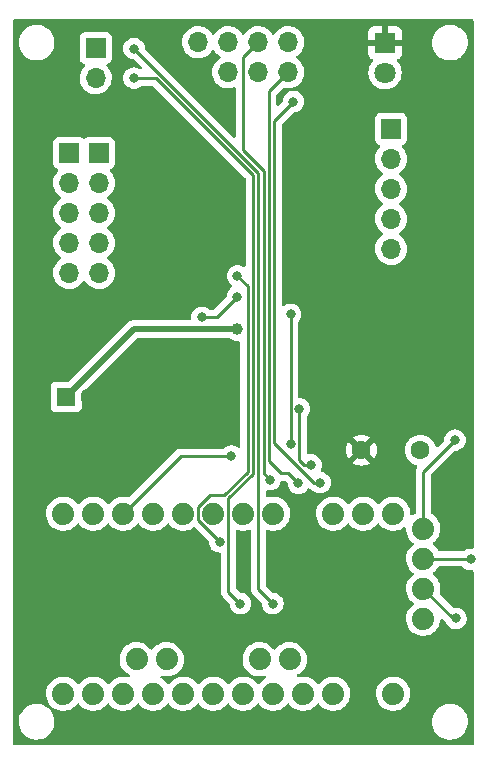
<source format=gbr>
%TF.GenerationSoftware,KiCad,Pcbnew,(6.0.8)*%
%TF.CreationDate,2022-11-21T10:59:58-06:00*%
%TF.ProjectId,Receiver,52656365-6976-4657-922e-6b696361645f,rev?*%
%TF.SameCoordinates,Original*%
%TF.FileFunction,Copper,L2,Bot*%
%TF.FilePolarity,Positive*%
%FSLAX46Y46*%
G04 Gerber Fmt 4.6, Leading zero omitted, Abs format (unit mm)*
G04 Created by KiCad (PCBNEW (6.0.8)) date 2022-11-21 10:59:58*
%MOMM*%
%LPD*%
G01*
G04 APERTURE LIST*
%TA.AperFunction,ComponentPad*%
%ADD10R,1.800000X1.800000*%
%TD*%
%TA.AperFunction,ComponentPad*%
%ADD11C,1.800000*%
%TD*%
%TA.AperFunction,ComponentPad*%
%ADD12R,1.700000X1.700000*%
%TD*%
%TA.AperFunction,ComponentPad*%
%ADD13O,1.700000X1.700000*%
%TD*%
%TA.AperFunction,ComponentPad*%
%ADD14C,1.879600*%
%TD*%
%TA.AperFunction,ComponentPad*%
%ADD15R,1.600000X1.600000*%
%TD*%
%TA.AperFunction,ComponentPad*%
%ADD16C,1.600000*%
%TD*%
%TA.AperFunction,ViaPad*%
%ADD17C,1.000000*%
%TD*%
%TA.AperFunction,ViaPad*%
%ADD18C,0.800000*%
%TD*%
%TA.AperFunction,Conductor*%
%ADD19C,0.500000*%
%TD*%
%TA.AperFunction,Conductor*%
%ADD20C,0.250000*%
%TD*%
G04 APERTURE END LIST*
D10*
%TO.P,D1,1,K*%
%TO.N,GND*%
X161000000Y-81500000D03*
D11*
%TO.P,D1,2,A*%
%TO.N,Net-(U1-PadJP7_3)*%
X161000000Y-84040000D03*
%TD*%
D12*
%TO.P,J6,1,Pin_1*%
%TO.N,DTR*%
X161500000Y-88800000D03*
D13*
%TO.P,J6,2,Pin_2*%
%TO.N,TXO*%
X161500000Y-91340000D03*
%TO.P,J6,3,Pin_3*%
%TO.N,RXI*%
X161500000Y-93880000D03*
%TO.P,J6,4,Pin_4*%
%TO.N,5V*%
X161500000Y-96420000D03*
%TO.P,J6,5,Pin_5*%
%TO.N,unconnected-(J6-Pad5)*%
X161500000Y-98960000D03*
%TO.P,J6,6,Pin_6*%
%TO.N,GND*%
X161500000Y-101500000D03*
%TD*%
D12*
%TO.P,J4,1,Pin_1*%
%TO.N,SCL*%
X136500000Y-81960000D03*
D13*
%TO.P,J4,2,Pin_2*%
%TO.N,SDA*%
X136500000Y-84500000D03*
%TD*%
D12*
%TO.P,J2,1,Pin_1*%
%TO.N,5V*%
X136790000Y-90840000D03*
D13*
%TO.P,J2,2,Pin_2*%
X136790000Y-93380000D03*
%TO.P,J2,3,Pin_3*%
X136790000Y-95920000D03*
%TO.P,J2,4,Pin_4*%
X136790000Y-98460000D03*
%TO.P,J2,5,Pin_5*%
X136790000Y-101000000D03*
%TD*%
D12*
%TO.P,J1,1,Pin_1*%
%TO.N,PWM0*%
X134250000Y-90840000D03*
D13*
%TO.P,J1,2,Pin_2*%
%TO.N,PWM1*%
X134250000Y-93380000D03*
%TO.P,J1,3,Pin_3*%
%TO.N,PWM2*%
X134250000Y-95920000D03*
%TO.P,J1,4,Pin_4*%
%TO.N,PWM3*%
X134250000Y-98460000D03*
%TO.P,J1,5,Pin_5*%
%TO.N,D*%
X134250000Y-101000000D03*
%TD*%
D14*
%TO.P,U1,JP1_1,GND*%
%TO.N,GND*%
X164240000Y-135350000D03*
%TO.P,U1,JP1_2,GND*%
X164240000Y-132810000D03*
%TO.P,U1,JP1_3,VCC*%
%TO.N,5V*%
X164240000Y-130270000D03*
%TO.P,U1,JP1_4,RXI*%
%TO.N,RXI*%
X164240000Y-127730000D03*
%TO.P,U1,JP1_5,TXO*%
%TO.N,TXO*%
X164240000Y-125190000D03*
%TO.P,U1,JP1_6,DTR*%
%TO.N,DTR*%
X164240000Y-122650000D03*
%TO.P,U1,JP2_1,A4*%
%TO.N,SDA*%
X150397000Y-133699000D03*
%TO.P,U1,JP2_2,A5*%
%TO.N,SCL*%
X152937000Y-133699000D03*
%TO.P,U1,JP3_1,A6*%
%TO.N,unconnected-(U1-PadJP3_1)*%
X139983000Y-133699000D03*
%TO.P,U1,JP3_2,A7*%
%TO.N,unconnected-(U1-PadJP3_2)*%
X142523000Y-133699000D03*
%TO.P,U1,JP6_1,RAW*%
%TO.N,unconnected-(U1-PadJP6_1)*%
X161700000Y-136620000D03*
%TO.P,U1,JP6_2,GND_1*%
%TO.N,GND*%
X159160000Y-136620000D03*
%TO.P,U1,JP6_3,RST_1*%
%TO.N,unconnected-(U1-PadJP6_3)*%
X156620000Y-136620000D03*
%TO.P,U1,JP6_4,VCC_1*%
%TO.N,5V*%
X154080000Y-136620000D03*
%TO.P,U1,JP6_5,A3*%
%TO.N,unconnected-(U1-PadJP6_5)*%
X151540000Y-136620000D03*
%TO.P,U1,JP6_6,A2*%
%TO.N,unconnected-(U1-PadJP6_6)*%
X149000000Y-136620000D03*
%TO.P,U1,JP6_7,A1*%
%TO.N,unconnected-(U1-PadJP6_7)*%
X146460000Y-136620000D03*
%TO.P,U1,JP6_8,A0*%
%TO.N,unconnected-(U1-PadJP6_8)*%
X143920000Y-136620000D03*
%TO.P,U1,JP6_9,SCK*%
%TO.N,SCK*%
X141380000Y-136620000D03*
%TO.P,U1,JP6_10,MISO*%
%TO.N,MISO*%
X138840000Y-136620000D03*
%TO.P,U1,JP6_11,MOSI*%
%TO.N,MOSI*%
X136300000Y-136620000D03*
%TO.P,U1,JP6_12,D10*%
%TO.N,PWM0*%
X133760000Y-136620000D03*
%TO.P,U1,JP7_1,D9*%
%TO.N,PWM3*%
X133760000Y-121380000D03*
%TO.P,U1,JP7_2,D8*%
%TO.N,unconnected-(U1-PadJP7_2)*%
X136300000Y-121380000D03*
%TO.P,U1,JP7_3,D7*%
%TO.N,Net-(U1-PadJP7_3)*%
X138840000Y-121380000D03*
%TO.P,U1,JP7_4,D6*%
%TO.N,PWM2*%
X141380000Y-121380000D03*
%TO.P,U1,JP7_5,D5*%
%TO.N,PWM1*%
X143920000Y-121380000D03*
%TO.P,U1,JP7_6,D4*%
%TO.N,D*%
X146460000Y-121380000D03*
%TO.P,U1,JP7_7,D3*%
%TO.N,CE*%
X149000000Y-121380000D03*
%TO.P,U1,JP7_8,D2*%
%TO.N,CSN*%
X151540000Y-121380000D03*
%TO.P,U1,JP7_9,GND_2*%
%TO.N,GND*%
X154080000Y-121380000D03*
%TO.P,U1,JP7_10,RST_2*%
%TO.N,unconnected-(U1-PadJP7_10)*%
X156620000Y-121380000D03*
%TO.P,U1,JP7_11,RXI_2*%
%TO.N,unconnected-(U1-PadJP7_11)*%
X159160000Y-121380000D03*
%TO.P,U1,JP7_12,TXO_2*%
%TO.N,unconnected-(U1-PadJP7_12)*%
X161700000Y-121380000D03*
%TD*%
D15*
%TO.P,C2,1*%
%TO.N,3.3V*%
X134000000Y-111500000D03*
D16*
%TO.P,C2,2*%
%TO.N,GND*%
X136000000Y-111500000D03*
%TD*%
%TO.P,C1,1*%
%TO.N,5V*%
X164000000Y-116000000D03*
%TO.P,C1,2*%
%TO.N,GND*%
X159000000Y-116000000D03*
%TD*%
D12*
%TO.P,J3,1,Pin_1*%
%TO.N,GND*%
X139330000Y-90840000D03*
D13*
%TO.P,J3,2,Pin_2*%
X139330000Y-93380000D03*
%TO.P,J3,3,Pin_3*%
X139330000Y-95920000D03*
%TO.P,J3,4,Pin_4*%
X139330000Y-98460000D03*
%TO.P,J3,5,Pin_5*%
X139330000Y-101000000D03*
%TD*%
D12*
%TO.P,J5,1,Pin_1*%
%TO.N,GND*%
X145190000Y-84000000D03*
D13*
%TO.P,J5,2,Pin_2*%
%TO.N,3.3V*%
X145190000Y-81460000D03*
%TO.P,J5,3,Pin_3*%
%TO.N,CE*%
X147730000Y-84000000D03*
%TO.P,J5,4,Pin_4*%
%TO.N,CSN*%
X147730000Y-81460000D03*
%TO.P,J5,5,Pin_5*%
%TO.N,SCK*%
X150270000Y-84000000D03*
%TO.P,J5,6,Pin_6*%
%TO.N,MOSI*%
X150270000Y-81460000D03*
%TO.P,J5,7,Pin_7*%
%TO.N,MISO*%
X152810000Y-84000000D03*
%TO.P,J5,8,Pin_8*%
%TO.N,unconnected-(J5-Pad8)*%
X152810000Y-81460000D03*
%TD*%
D17*
%TO.N,GND*%
X154500000Y-111250000D03*
X157000000Y-116000000D03*
%TO.N,3.3V*%
X148500000Y-105750000D03*
D18*
%TO.N,SCL*%
X151500000Y-129000000D03*
X139750000Y-82000000D03*
%TO.N,SDA*%
X139750000Y-84500000D03*
X148750000Y-129000000D03*
%TO.N,CE*%
X147000000Y-123750000D03*
X148500000Y-101250000D03*
%TO.N,SCK*%
X153250000Y-86500000D03*
X155500000Y-118750000D03*
%TO.N,MISO*%
X153670000Y-118800000D03*
%TO.N,MOSI*%
X151250000Y-118500000D03*
%TO.N,CSN*%
X153750000Y-112500000D03*
X145500000Y-104750000D03*
X148500000Y-103000000D03*
X154750000Y-117250000D03*
%TO.N,DTR*%
X166925000Y-115150000D03*
%TO.N,TXO*%
X168250000Y-125250000D03*
%TO.N,RXI*%
X167000000Y-130250000D03*
%TO.N,Net-(U1-PadJP7_3)*%
X153000000Y-104500000D03*
X148000000Y-116500000D03*
X153000000Y-115500000D03*
%TD*%
D19*
%TO.N,3.3V*%
X139750000Y-105750000D02*
X148500000Y-105750000D01*
X134000000Y-111500000D02*
X139750000Y-105750000D01*
D20*
%TO.N,SCL*%
X150275200Y-94525200D02*
X150275200Y-92525200D01*
X150275200Y-92525200D02*
X139750000Y-82000000D01*
X150275200Y-127775200D02*
X150275200Y-94525200D01*
X151500000Y-129000000D02*
X150275200Y-127775200D01*
%TO.N,SDA*%
X147735200Y-120090000D02*
X149825200Y-118000000D01*
X149825200Y-92711596D02*
X149306802Y-92193198D01*
X148750000Y-129000000D02*
X147735200Y-127985200D01*
X149306802Y-92193198D02*
X141613604Y-84500000D01*
X149825200Y-118000000D02*
X149825200Y-92711596D01*
X141613604Y-84500000D02*
X139750000Y-84500000D01*
X147735200Y-127985200D02*
X147735200Y-120090000D01*
%TO.N,CE*%
X149375200Y-117813604D02*
X147404402Y-119784402D01*
X146791302Y-123500000D02*
X146791302Y-123541302D01*
X146791302Y-123541302D02*
X147000000Y-123750000D01*
X146215598Y-119784402D02*
X145250000Y-120750000D01*
X145250000Y-120750000D02*
X145195200Y-120804800D01*
X149375200Y-102125200D02*
X149375200Y-117813604D01*
X145195200Y-121903898D02*
X146791302Y-123500000D01*
X147404402Y-119784402D02*
X146215598Y-119784402D01*
X148500000Y-101250000D02*
X149375200Y-102125200D01*
X145195200Y-120804800D02*
X145195200Y-121903898D01*
%TO.N,SCK*%
X155500000Y-118750000D02*
X155000000Y-118750000D01*
X155000000Y-118750000D02*
X151625200Y-115375200D01*
X151625200Y-113750000D02*
X151625200Y-88124800D01*
X151625200Y-88124800D02*
X153250000Y-86500000D01*
X151625200Y-115375200D02*
X151625200Y-113750000D01*
%TO.N,MISO*%
X151175200Y-116925200D02*
X151175200Y-85634800D01*
X152810000Y-117940000D02*
X152190000Y-117940000D01*
X151175200Y-85634800D02*
X152810000Y-84000000D01*
X153670000Y-118800000D02*
X152810000Y-117940000D01*
X152190000Y-117940000D02*
X151175200Y-116925200D01*
%TO.N,MOSI*%
X150270000Y-81460000D02*
X149000000Y-82730000D01*
X149000000Y-82730000D02*
X149000000Y-90613604D01*
X150725200Y-92338804D02*
X150725200Y-117975200D01*
X149000000Y-90613604D02*
X150725200Y-92338804D01*
X150725200Y-117975200D02*
X151250000Y-118500000D01*
%TO.N,CSN*%
X146750000Y-104750000D02*
X145500000Y-104750000D01*
X148500000Y-103000000D02*
X146750000Y-104750000D01*
X153750000Y-112500000D02*
X153750000Y-116863604D01*
X153750000Y-116863604D02*
X154068198Y-117181802D01*
X154068198Y-117181802D02*
X154136396Y-117250000D01*
X154136396Y-117250000D02*
X154750000Y-117250000D01*
%TO.N,DTR*%
X164240000Y-117835000D02*
X166925000Y-115150000D01*
X164240000Y-122650000D02*
X164240000Y-117835000D01*
%TO.N,TXO*%
X164240000Y-125190000D02*
X168190000Y-125190000D01*
X168190000Y-125190000D02*
X168250000Y-125250000D01*
%TO.N,RXI*%
X164240000Y-127730000D02*
X166760000Y-130250000D01*
X166760000Y-130250000D02*
X167000000Y-130250000D01*
%TO.N,Net-(U1-PadJP7_3)*%
X153000000Y-104500000D02*
X153000000Y-115500000D01*
X148000000Y-116500000D02*
X143720000Y-116500000D01*
X143720000Y-116500000D02*
X138840000Y-121380000D01*
%TD*%
%TA.AperFunction,Conductor*%
%TO.N,GND*%
G36*
X168433621Y-79528502D02*
G01*
X168480114Y-79582158D01*
X168491500Y-79634500D01*
X168491500Y-124217603D01*
X168471498Y-124285724D01*
X168417842Y-124332217D01*
X168352332Y-124342913D01*
X168351942Y-124342872D01*
X168345487Y-124341500D01*
X168154513Y-124341500D01*
X168148061Y-124342872D01*
X168148056Y-124342872D01*
X168061113Y-124361353D01*
X167967712Y-124381206D01*
X167961682Y-124383891D01*
X167961681Y-124383891D01*
X167799278Y-124456197D01*
X167799276Y-124456198D01*
X167793248Y-124458882D01*
X167787907Y-124462762D01*
X167787906Y-124462763D01*
X167692010Y-124532436D01*
X167625142Y-124556294D01*
X167617949Y-124556500D01*
X165623765Y-124556500D01*
X165555644Y-124536498D01*
X165517973Y-124498940D01*
X165394217Y-124307642D01*
X165394212Y-124307636D01*
X165391406Y-124303298D01*
X165231124Y-124127150D01*
X165227073Y-124123951D01*
X165227069Y-124123947D01*
X165093348Y-124018342D01*
X165052285Y-123960425D01*
X165049053Y-123889502D01*
X165084678Y-123828091D01*
X165098271Y-123816882D01*
X165173814Y-123762998D01*
X165173821Y-123762992D01*
X165178020Y-123759997D01*
X165346716Y-123591889D01*
X165485690Y-123398486D01*
X165531774Y-123305244D01*
X165588917Y-123189624D01*
X165588918Y-123189622D01*
X165591211Y-123184982D01*
X165660443Y-122957111D01*
X165678094Y-122823041D01*
X165691092Y-122724313D01*
X165691092Y-122724309D01*
X165691529Y-122720992D01*
X165692320Y-122688635D01*
X165693182Y-122653365D01*
X165693182Y-122653361D01*
X165693264Y-122650000D01*
X165673750Y-122412644D01*
X165619624Y-122197160D01*
X165616990Y-122186675D01*
X165616990Y-122186674D01*
X165615731Y-122181663D01*
X165520767Y-121963259D01*
X165391406Y-121763298D01*
X165231124Y-121587150D01*
X165227073Y-121583951D01*
X165227069Y-121583947D01*
X165048282Y-121442751D01*
X165044224Y-121439546D01*
X164938605Y-121381241D01*
X164888636Y-121330810D01*
X164873500Y-121270934D01*
X164873500Y-118149594D01*
X164893502Y-118081473D01*
X164910405Y-118060499D01*
X166875499Y-116095405D01*
X166937811Y-116061379D01*
X166964594Y-116058500D01*
X167020487Y-116058500D01*
X167026939Y-116057128D01*
X167026944Y-116057128D01*
X167113888Y-116038647D01*
X167207288Y-116018794D01*
X167220724Y-116012812D01*
X167375722Y-115943803D01*
X167375724Y-115943802D01*
X167381752Y-115941118D01*
X167536253Y-115828866D01*
X167582520Y-115777481D01*
X167659621Y-115691852D01*
X167659622Y-115691851D01*
X167664040Y-115686944D01*
X167759527Y-115521556D01*
X167818542Y-115339928D01*
X167824248Y-115285644D01*
X167837814Y-115156565D01*
X167838504Y-115150000D01*
X167818542Y-114960072D01*
X167759527Y-114778444D01*
X167752179Y-114765716D01*
X167717689Y-114705978D01*
X167664040Y-114613056D01*
X167536253Y-114471134D01*
X167381752Y-114358882D01*
X167375724Y-114356198D01*
X167375722Y-114356197D01*
X167213319Y-114283891D01*
X167213318Y-114283891D01*
X167207288Y-114281206D01*
X167113887Y-114261353D01*
X167026944Y-114242872D01*
X167026939Y-114242872D01*
X167020487Y-114241500D01*
X166829513Y-114241500D01*
X166823061Y-114242872D01*
X166823056Y-114242872D01*
X166736113Y-114261353D01*
X166642712Y-114281206D01*
X166636682Y-114283891D01*
X166636681Y-114283891D01*
X166474278Y-114356197D01*
X166474276Y-114356198D01*
X166468248Y-114358882D01*
X166313747Y-114471134D01*
X166185960Y-114613056D01*
X166132311Y-114705978D01*
X166097822Y-114765716D01*
X166090473Y-114778444D01*
X166031458Y-114960072D01*
X166030768Y-114966633D01*
X166030768Y-114966635D01*
X166014093Y-115125292D01*
X165987080Y-115190949D01*
X165977878Y-115201217D01*
X165471875Y-115707220D01*
X165409563Y-115741246D01*
X165338748Y-115736181D01*
X165281912Y-115693634D01*
X165261073Y-115650736D01*
X165257016Y-115635592D01*
X165234284Y-115550757D01*
X165223336Y-115527279D01*
X165139849Y-115348238D01*
X165139846Y-115348233D01*
X165137523Y-115343251D01*
X165064098Y-115238389D01*
X165009357Y-115160211D01*
X165009355Y-115160208D01*
X165006198Y-115155700D01*
X164844300Y-114993802D01*
X164839792Y-114990645D01*
X164839789Y-114990643D01*
X164713920Y-114902509D01*
X164656749Y-114862477D01*
X164651767Y-114860154D01*
X164651762Y-114860151D01*
X164454225Y-114768039D01*
X164454224Y-114768039D01*
X164449243Y-114765716D01*
X164443935Y-114764294D01*
X164443933Y-114764293D01*
X164233402Y-114707881D01*
X164233400Y-114707881D01*
X164228087Y-114706457D01*
X164000000Y-114686502D01*
X163771913Y-114706457D01*
X163766600Y-114707881D01*
X163766598Y-114707881D01*
X163556067Y-114764293D01*
X163556065Y-114764294D01*
X163550757Y-114765716D01*
X163545776Y-114768039D01*
X163545775Y-114768039D01*
X163348238Y-114860151D01*
X163348233Y-114860154D01*
X163343251Y-114862477D01*
X163286080Y-114902509D01*
X163160211Y-114990643D01*
X163160208Y-114990645D01*
X163155700Y-114993802D01*
X162993802Y-115155700D01*
X162990645Y-115160208D01*
X162990643Y-115160211D01*
X162935902Y-115238389D01*
X162862477Y-115343251D01*
X162860154Y-115348233D01*
X162860151Y-115348238D01*
X162776664Y-115527279D01*
X162765716Y-115550757D01*
X162764294Y-115556065D01*
X162764293Y-115556067D01*
X162723346Y-115708882D01*
X162706457Y-115771913D01*
X162686502Y-116000000D01*
X162706457Y-116228087D01*
X162707881Y-116233400D01*
X162707881Y-116233402D01*
X162745025Y-116372022D01*
X162765716Y-116449243D01*
X162768039Y-116454224D01*
X162768039Y-116454225D01*
X162860151Y-116651762D01*
X162860154Y-116651767D01*
X162862477Y-116656749D01*
X162993802Y-116844300D01*
X163155700Y-117006198D01*
X163160208Y-117009355D01*
X163160211Y-117009357D01*
X163223674Y-117053794D01*
X163343251Y-117137523D01*
X163348233Y-117139846D01*
X163348238Y-117139849D01*
X163544765Y-117231490D01*
X163550757Y-117234284D01*
X163556065Y-117235706D01*
X163556067Y-117235707D01*
X163584909Y-117243435D01*
X163656297Y-117262564D01*
X163716919Y-117299515D01*
X163747940Y-117363375D01*
X163739512Y-117433870D01*
X163727061Y-117455795D01*
X163723414Y-117459679D01*
X163719595Y-117466625D01*
X163719593Y-117466628D01*
X163713652Y-117477434D01*
X163702801Y-117493953D01*
X163690386Y-117509959D01*
X163687241Y-117517228D01*
X163687238Y-117517232D01*
X163672826Y-117550537D01*
X163667609Y-117561187D01*
X163646305Y-117599940D01*
X163644334Y-117607615D01*
X163644334Y-117607616D01*
X163641267Y-117619562D01*
X163634863Y-117638266D01*
X163626819Y-117656855D01*
X163625580Y-117664678D01*
X163625577Y-117664688D01*
X163619901Y-117700524D01*
X163617495Y-117712144D01*
X163606500Y-117754970D01*
X163606500Y-117775224D01*
X163604949Y-117794934D01*
X163601780Y-117814943D01*
X163602526Y-117822835D01*
X163605941Y-117858961D01*
X163606500Y-117870819D01*
X163606500Y-121270447D01*
X163586498Y-121338568D01*
X163538683Y-121382208D01*
X163465590Y-121420258D01*
X163461457Y-121423361D01*
X163461454Y-121423363D01*
X163354392Y-121503748D01*
X163287907Y-121528654D01*
X163218512Y-121513662D01*
X163168238Y-121463531D01*
X163152777Y-121399907D01*
X163153182Y-121383362D01*
X163153182Y-121383359D01*
X163153264Y-121380000D01*
X163133750Y-121142644D01*
X163075731Y-120911663D01*
X162980767Y-120693259D01*
X162963694Y-120666867D01*
X162901365Y-120570522D01*
X162851406Y-120493298D01*
X162691124Y-120317150D01*
X162687073Y-120313951D01*
X162687069Y-120313947D01*
X162508278Y-120172747D01*
X162508273Y-120172744D01*
X162504224Y-120169546D01*
X162499708Y-120167053D01*
X162499705Y-120167051D01*
X162300250Y-120056946D01*
X162300246Y-120056944D01*
X162295726Y-120054449D01*
X162290857Y-120052725D01*
X162290853Y-120052723D01*
X162076105Y-119976676D01*
X162076101Y-119976675D01*
X162071230Y-119974950D01*
X162066140Y-119974043D01*
X162066135Y-119974042D01*
X161938814Y-119951364D01*
X161836764Y-119933186D01*
X161747637Y-119932097D01*
X161603795Y-119930339D01*
X161603793Y-119930339D01*
X161598625Y-119930276D01*
X161363209Y-119966300D01*
X161136838Y-120040289D01*
X160925590Y-120150258D01*
X160921457Y-120153361D01*
X160921454Y-120153363D01*
X160739275Y-120290147D01*
X160735140Y-120293252D01*
X160570602Y-120465431D01*
X160548629Y-120497642D01*
X160535186Y-120517349D01*
X160480274Y-120562351D01*
X160409749Y-120570522D01*
X160346002Y-120539267D01*
X160325306Y-120514784D01*
X160314217Y-120497642D01*
X160314212Y-120497636D01*
X160311406Y-120493298D01*
X160151124Y-120317150D01*
X160147073Y-120313951D01*
X160147069Y-120313947D01*
X159968278Y-120172747D01*
X159968273Y-120172744D01*
X159964224Y-120169546D01*
X159959708Y-120167053D01*
X159959705Y-120167051D01*
X159760250Y-120056946D01*
X159760246Y-120056944D01*
X159755726Y-120054449D01*
X159750857Y-120052725D01*
X159750853Y-120052723D01*
X159536105Y-119976676D01*
X159536101Y-119976675D01*
X159531230Y-119974950D01*
X159526140Y-119974043D01*
X159526135Y-119974042D01*
X159398814Y-119951364D01*
X159296764Y-119933186D01*
X159207637Y-119932097D01*
X159063795Y-119930339D01*
X159063793Y-119930339D01*
X159058625Y-119930276D01*
X158823209Y-119966300D01*
X158596838Y-120040289D01*
X158385590Y-120150258D01*
X158381457Y-120153361D01*
X158381454Y-120153363D01*
X158199275Y-120290147D01*
X158195140Y-120293252D01*
X158030602Y-120465431D01*
X158008629Y-120497642D01*
X157995186Y-120517349D01*
X157940274Y-120562351D01*
X157869749Y-120570522D01*
X157806002Y-120539267D01*
X157785306Y-120514784D01*
X157774217Y-120497642D01*
X157774212Y-120497636D01*
X157771406Y-120493298D01*
X157611124Y-120317150D01*
X157607073Y-120313951D01*
X157607069Y-120313947D01*
X157428278Y-120172747D01*
X157428273Y-120172744D01*
X157424224Y-120169546D01*
X157419708Y-120167053D01*
X157419705Y-120167051D01*
X157220250Y-120056946D01*
X157220246Y-120056944D01*
X157215726Y-120054449D01*
X157210857Y-120052725D01*
X157210853Y-120052723D01*
X156996105Y-119976676D01*
X156996101Y-119976675D01*
X156991230Y-119974950D01*
X156986140Y-119974043D01*
X156986135Y-119974042D01*
X156858814Y-119951364D01*
X156756764Y-119933186D01*
X156667637Y-119932097D01*
X156523795Y-119930339D01*
X156523793Y-119930339D01*
X156518625Y-119930276D01*
X156283209Y-119966300D01*
X156056838Y-120040289D01*
X155845590Y-120150258D01*
X155841457Y-120153361D01*
X155841454Y-120153363D01*
X155659275Y-120290147D01*
X155655140Y-120293252D01*
X155490602Y-120465431D01*
X155487691Y-120469699D01*
X155487687Y-120469704D01*
X155455186Y-120517349D01*
X155356394Y-120662172D01*
X155256122Y-120878191D01*
X155192477Y-121107685D01*
X155191928Y-121112819D01*
X155191928Y-121112821D01*
X155186449Y-121164089D01*
X155167170Y-121344494D01*
X155167467Y-121349646D01*
X155167467Y-121349650D01*
X155176352Y-121503748D01*
X155180879Y-121582255D01*
X155182016Y-121587301D01*
X155182017Y-121587307D01*
X155215111Y-121734156D01*
X155233237Y-121814585D01*
X155235179Y-121819367D01*
X155235180Y-121819371D01*
X155320893Y-122030457D01*
X155322837Y-122035244D01*
X155447274Y-122238306D01*
X155603204Y-122418317D01*
X155786442Y-122570444D01*
X155790894Y-122573046D01*
X155790899Y-122573049D01*
X155971317Y-122678477D01*
X155992065Y-122690601D01*
X156214552Y-122775560D01*
X156219618Y-122776591D01*
X156219619Y-122776591D01*
X156265463Y-122785918D01*
X156447928Y-122823041D01*
X156582121Y-122827962D01*
X156680760Y-122831579D01*
X156680764Y-122831579D01*
X156685924Y-122831768D01*
X156691044Y-122831112D01*
X156691046Y-122831112D01*
X156917023Y-122802164D01*
X156917024Y-122802164D01*
X156922151Y-122801507D01*
X157005200Y-122776591D01*
X157145316Y-122734554D01*
X157145317Y-122734553D01*
X157150262Y-122733070D01*
X157364133Y-122628295D01*
X157368336Y-122625297D01*
X157368341Y-122625294D01*
X157553816Y-122492996D01*
X157553818Y-122492994D01*
X157558020Y-122489997D01*
X157726716Y-122321889D01*
X157784979Y-122240807D01*
X157840972Y-122197160D01*
X157911676Y-122190714D01*
X157974640Y-122223516D01*
X157986582Y-122237176D01*
X157987274Y-122238306D01*
X158143204Y-122418317D01*
X158326442Y-122570444D01*
X158330894Y-122573046D01*
X158330899Y-122573049D01*
X158511317Y-122678477D01*
X158532065Y-122690601D01*
X158754552Y-122775560D01*
X158759618Y-122776591D01*
X158759619Y-122776591D01*
X158805463Y-122785918D01*
X158987928Y-122823041D01*
X159122121Y-122827962D01*
X159220760Y-122831579D01*
X159220764Y-122831579D01*
X159225924Y-122831768D01*
X159231044Y-122831112D01*
X159231046Y-122831112D01*
X159457023Y-122802164D01*
X159457024Y-122802164D01*
X159462151Y-122801507D01*
X159545200Y-122776591D01*
X159685316Y-122734554D01*
X159685317Y-122734553D01*
X159690262Y-122733070D01*
X159904133Y-122628295D01*
X159908336Y-122625297D01*
X159908341Y-122625294D01*
X160093816Y-122492996D01*
X160093818Y-122492994D01*
X160098020Y-122489997D01*
X160266716Y-122321889D01*
X160324979Y-122240807D01*
X160380972Y-122197160D01*
X160451676Y-122190714D01*
X160514640Y-122223516D01*
X160526582Y-122237176D01*
X160527274Y-122238306D01*
X160683204Y-122418317D01*
X160866442Y-122570444D01*
X160870894Y-122573046D01*
X160870899Y-122573049D01*
X161051317Y-122678477D01*
X161072065Y-122690601D01*
X161294552Y-122775560D01*
X161299618Y-122776591D01*
X161299619Y-122776591D01*
X161345463Y-122785918D01*
X161527928Y-122823041D01*
X161662121Y-122827962D01*
X161760760Y-122831579D01*
X161760764Y-122831579D01*
X161765924Y-122831768D01*
X161771044Y-122831112D01*
X161771046Y-122831112D01*
X161997023Y-122802164D01*
X161997024Y-122802164D01*
X162002151Y-122801507D01*
X162085200Y-122776591D01*
X162225316Y-122734554D01*
X162225317Y-122734553D01*
X162230262Y-122733070D01*
X162444133Y-122628295D01*
X162588565Y-122525273D01*
X162655636Y-122502001D01*
X162724644Y-122518684D01*
X162773678Y-122570028D01*
X162787522Y-122620600D01*
X162794844Y-122747587D01*
X162800879Y-122852255D01*
X162802016Y-122857301D01*
X162802017Y-122857307D01*
X162835111Y-123004156D01*
X162853237Y-123084585D01*
X162855179Y-123089367D01*
X162855180Y-123089371D01*
X162940893Y-123300457D01*
X162942837Y-123305244D01*
X163067274Y-123508306D01*
X163223204Y-123688317D01*
X163297502Y-123750000D01*
X163387560Y-123824768D01*
X163427195Y-123883671D01*
X163428693Y-123954651D01*
X163391578Y-124015174D01*
X163382728Y-124022472D01*
X163279275Y-124100147D01*
X163275140Y-124103252D01*
X163110602Y-124275431D01*
X163107688Y-124279703D01*
X163107687Y-124279704D01*
X163102748Y-124286944D01*
X162976394Y-124472172D01*
X162876122Y-124688191D01*
X162812477Y-124917685D01*
X162787170Y-125154494D01*
X162800879Y-125392255D01*
X162802016Y-125397301D01*
X162802017Y-125397307D01*
X162835111Y-125544156D01*
X162853237Y-125624585D01*
X162855179Y-125629367D01*
X162855180Y-125629371D01*
X162940893Y-125840457D01*
X162942837Y-125845244D01*
X162991071Y-125923955D01*
X163064515Y-126043803D01*
X163067274Y-126048306D01*
X163223204Y-126228317D01*
X163288344Y-126282397D01*
X163387560Y-126364768D01*
X163427195Y-126423671D01*
X163428693Y-126494651D01*
X163391578Y-126555174D01*
X163382728Y-126562472D01*
X163279275Y-126640147D01*
X163275140Y-126643252D01*
X163110602Y-126815431D01*
X162976394Y-127012172D01*
X162876122Y-127228191D01*
X162812477Y-127457685D01*
X162811928Y-127462819D01*
X162811928Y-127462821D01*
X162806588Y-127512795D01*
X162787170Y-127694494D01*
X162787467Y-127699646D01*
X162787467Y-127699650D01*
X162795035Y-127830899D01*
X162800879Y-127932255D01*
X162802016Y-127937301D01*
X162802017Y-127937307D01*
X162828487Y-128054763D01*
X162853237Y-128164585D01*
X162855179Y-128169367D01*
X162855180Y-128169371D01*
X162940893Y-128380457D01*
X162942837Y-128385244D01*
X163067274Y-128588306D01*
X163223204Y-128768317D01*
X163359559Y-128881521D01*
X163387560Y-128904768D01*
X163427195Y-128963671D01*
X163428693Y-129034651D01*
X163391578Y-129095174D01*
X163382728Y-129102472D01*
X163279275Y-129180147D01*
X163275140Y-129183252D01*
X163110602Y-129355431D01*
X163107688Y-129359703D01*
X163107687Y-129359704D01*
X163101318Y-129369041D01*
X162976394Y-129552172D01*
X162974215Y-129556867D01*
X162901715Y-129713056D01*
X162876122Y-129768191D01*
X162812477Y-129997685D01*
X162787170Y-130234494D01*
X162787467Y-130239646D01*
X162787467Y-130239650D01*
X162794488Y-130361410D01*
X162800879Y-130472255D01*
X162802016Y-130477301D01*
X162802017Y-130477307D01*
X162833109Y-130615271D01*
X162853237Y-130704585D01*
X162855179Y-130709367D01*
X162855180Y-130709371D01*
X162940893Y-130920457D01*
X162942837Y-130925244D01*
X163067274Y-131128306D01*
X163223204Y-131308317D01*
X163406442Y-131460444D01*
X163410894Y-131463046D01*
X163410899Y-131463049D01*
X163509333Y-131520569D01*
X163612065Y-131580601D01*
X163834552Y-131665560D01*
X163839618Y-131666591D01*
X163839619Y-131666591D01*
X163893956Y-131677646D01*
X164067928Y-131713041D01*
X164202121Y-131717962D01*
X164300760Y-131721579D01*
X164300764Y-131721579D01*
X164305924Y-131721768D01*
X164311044Y-131721112D01*
X164311046Y-131721112D01*
X164537023Y-131692164D01*
X164537024Y-131692164D01*
X164542151Y-131691507D01*
X164625200Y-131666591D01*
X164765316Y-131624554D01*
X164765317Y-131624553D01*
X164770262Y-131623070D01*
X164984133Y-131518295D01*
X164988336Y-131515297D01*
X164988341Y-131515294D01*
X165173816Y-131382996D01*
X165173818Y-131382994D01*
X165178020Y-131379997D01*
X165346716Y-131211889D01*
X165485690Y-131018486D01*
X165529984Y-130928866D01*
X165588917Y-130809624D01*
X165588918Y-130809622D01*
X165591211Y-130804982D01*
X165660443Y-130577111D01*
X165664491Y-130546368D01*
X165688841Y-130361410D01*
X165717564Y-130296483D01*
X165776829Y-130257392D01*
X165847820Y-130256547D01*
X165902858Y-130288762D01*
X166110305Y-130496209D01*
X166141042Y-130546367D01*
X166165473Y-130621556D01*
X166260960Y-130786944D01*
X166265378Y-130791851D01*
X166265379Y-130791852D01*
X166384325Y-130923955D01*
X166388747Y-130928866D01*
X166543248Y-131041118D01*
X166549276Y-131043802D01*
X166549278Y-131043803D01*
X166711681Y-131116109D01*
X166717712Y-131118794D01*
X166811113Y-131138647D01*
X166898056Y-131157128D01*
X166898061Y-131157128D01*
X166904513Y-131158500D01*
X167095487Y-131158500D01*
X167101939Y-131157128D01*
X167101944Y-131157128D01*
X167188887Y-131138647D01*
X167282288Y-131118794D01*
X167288319Y-131116109D01*
X167450722Y-131043803D01*
X167450724Y-131043802D01*
X167456752Y-131041118D01*
X167611253Y-130928866D01*
X167615675Y-130923955D01*
X167734621Y-130791852D01*
X167734622Y-130791851D01*
X167739040Y-130786944D01*
X167834527Y-130621556D01*
X167893542Y-130439928D01*
X167901795Y-130361410D01*
X167912814Y-130256565D01*
X167913504Y-130250000D01*
X167893542Y-130060072D01*
X167834527Y-129878444D01*
X167827406Y-129866109D01*
X167784109Y-129791118D01*
X167739040Y-129713056D01*
X167711752Y-129682749D01*
X167615675Y-129576045D01*
X167615674Y-129576044D01*
X167611253Y-129571134D01*
X167456752Y-129458882D01*
X167450724Y-129456198D01*
X167450722Y-129456197D01*
X167288319Y-129383891D01*
X167288318Y-129383891D01*
X167282288Y-129381206D01*
X167181130Y-129359704D01*
X167101944Y-129342872D01*
X167101939Y-129342872D01*
X167095487Y-129341500D01*
X166904513Y-129341500D01*
X166841863Y-129354817D01*
X166771073Y-129349416D01*
X166726571Y-129320666D01*
X165663205Y-128257300D01*
X165629179Y-128194988D01*
X165631742Y-128131576D01*
X165631855Y-128131206D01*
X165640675Y-128102174D01*
X165658939Y-128042063D01*
X165658940Y-128042057D01*
X165660443Y-128037111D01*
X165689151Y-127819056D01*
X165691092Y-127804313D01*
X165691092Y-127804309D01*
X165691529Y-127800992D01*
X165691611Y-127797640D01*
X165693182Y-127733365D01*
X165693182Y-127733361D01*
X165693264Y-127730000D01*
X165673750Y-127492644D01*
X165615731Y-127261663D01*
X165520767Y-127043259D01*
X165503694Y-127016867D01*
X165394216Y-126847642D01*
X165391406Y-126843298D01*
X165231124Y-126667150D01*
X165227073Y-126663951D01*
X165227069Y-126663947D01*
X165093348Y-126558342D01*
X165052285Y-126500425D01*
X165049053Y-126429502D01*
X165084678Y-126368091D01*
X165098271Y-126356882D01*
X165173814Y-126302998D01*
X165173821Y-126302992D01*
X165178020Y-126299997D01*
X165346716Y-126131889D01*
X165485690Y-125938486D01*
X165488526Y-125932749D01*
X165507838Y-125893673D01*
X165555952Y-125841466D01*
X165620795Y-125823500D01*
X167487777Y-125823500D01*
X167555898Y-125843502D01*
X167581412Y-125865189D01*
X167638747Y-125928866D01*
X167793248Y-126041118D01*
X167799276Y-126043802D01*
X167799278Y-126043803D01*
X167961681Y-126116109D01*
X167967712Y-126118794D01*
X168061113Y-126138647D01*
X168148056Y-126157128D01*
X168148061Y-126157128D01*
X168154513Y-126158500D01*
X168345487Y-126158500D01*
X168351942Y-126157128D01*
X168352332Y-126157087D01*
X168422170Y-126169860D01*
X168474016Y-126218363D01*
X168491500Y-126282397D01*
X168491500Y-140865500D01*
X168471498Y-140933621D01*
X168417842Y-140980114D01*
X168365500Y-140991500D01*
X129634500Y-140991500D01*
X129566379Y-140971498D01*
X129519886Y-140917842D01*
X129508500Y-140865500D01*
X129508500Y-139052817D01*
X129987514Y-139052817D01*
X129988095Y-139057837D01*
X129988095Y-139057841D01*
X130003923Y-139194631D01*
X130015415Y-139293956D01*
X130016791Y-139298820D01*
X130016792Y-139298823D01*
X130062476Y-139460266D01*
X130081510Y-139527532D01*
X130083644Y-139532108D01*
X130083646Y-139532114D01*
X130140446Y-139653922D01*
X130184099Y-139747536D01*
X130320544Y-139948307D01*
X130487332Y-140124681D01*
X130491358Y-140127759D01*
X130491359Y-140127760D01*
X130676154Y-140269047D01*
X130676158Y-140269050D01*
X130680174Y-140272120D01*
X130894109Y-140386831D01*
X131123631Y-140465862D01*
X131222978Y-140483022D01*
X131358926Y-140506504D01*
X131358932Y-140506505D01*
X131362836Y-140507179D01*
X131366797Y-140507359D01*
X131366798Y-140507359D01*
X131390506Y-140508436D01*
X131390525Y-140508436D01*
X131391925Y-140508500D01*
X131561001Y-140508500D01*
X131563509Y-140508298D01*
X131563514Y-140508298D01*
X131736924Y-140494346D01*
X131736929Y-140494345D01*
X131741965Y-140493940D01*
X131746873Y-140492734D01*
X131746876Y-140492734D01*
X131972792Y-140437244D01*
X131977706Y-140436037D01*
X131982358Y-140434062D01*
X131982362Y-140434061D01*
X132196498Y-140343165D01*
X132201156Y-140341188D01*
X132307037Y-140274511D01*
X132402288Y-140214528D01*
X132402291Y-140214526D01*
X132406567Y-140211833D01*
X132505422Y-140124681D01*
X132584858Y-140054650D01*
X132584861Y-140054647D01*
X132588655Y-140051302D01*
X132742734Y-139863722D01*
X132864841Y-139653922D01*
X132951833Y-139427298D01*
X133001474Y-139189680D01*
X133007689Y-139052817D01*
X164987514Y-139052817D01*
X164988095Y-139057837D01*
X164988095Y-139057841D01*
X165003923Y-139194631D01*
X165015415Y-139293956D01*
X165016791Y-139298820D01*
X165016792Y-139298823D01*
X165062476Y-139460266D01*
X165081510Y-139527532D01*
X165083644Y-139532108D01*
X165083646Y-139532114D01*
X165140446Y-139653922D01*
X165184099Y-139747536D01*
X165320544Y-139948307D01*
X165487332Y-140124681D01*
X165491358Y-140127759D01*
X165491359Y-140127760D01*
X165676154Y-140269047D01*
X165676158Y-140269050D01*
X165680174Y-140272120D01*
X165894109Y-140386831D01*
X166123631Y-140465862D01*
X166222978Y-140483022D01*
X166358926Y-140506504D01*
X166358932Y-140506505D01*
X166362836Y-140507179D01*
X166366797Y-140507359D01*
X166366798Y-140507359D01*
X166390506Y-140508436D01*
X166390525Y-140508436D01*
X166391925Y-140508500D01*
X166561001Y-140508500D01*
X166563509Y-140508298D01*
X166563514Y-140508298D01*
X166736924Y-140494346D01*
X166736929Y-140494345D01*
X166741965Y-140493940D01*
X166746873Y-140492734D01*
X166746876Y-140492734D01*
X166972792Y-140437244D01*
X166977706Y-140436037D01*
X166982358Y-140434062D01*
X166982362Y-140434061D01*
X167196498Y-140343165D01*
X167201156Y-140341188D01*
X167307037Y-140274511D01*
X167402288Y-140214528D01*
X167402291Y-140214526D01*
X167406567Y-140211833D01*
X167505422Y-140124681D01*
X167584858Y-140054650D01*
X167584861Y-140054647D01*
X167588655Y-140051302D01*
X167742734Y-139863722D01*
X167864841Y-139653922D01*
X167951833Y-139427298D01*
X168001474Y-139189680D01*
X168012486Y-138947183D01*
X167997235Y-138815373D01*
X167985167Y-138711071D01*
X167985166Y-138711067D01*
X167984585Y-138706044D01*
X167945517Y-138567978D01*
X167919866Y-138477331D01*
X167918490Y-138472468D01*
X167916356Y-138467892D01*
X167916354Y-138467886D01*
X167818038Y-138257046D01*
X167818036Y-138257042D01*
X167815901Y-138252464D01*
X167679456Y-138051693D01*
X167512668Y-137875319D01*
X167499556Y-137865294D01*
X167323846Y-137730953D01*
X167323842Y-137730950D01*
X167319826Y-137727880D01*
X167105891Y-137613169D01*
X166876369Y-137534138D01*
X166777022Y-137516978D01*
X166641074Y-137493496D01*
X166641068Y-137493495D01*
X166637164Y-137492821D01*
X166633203Y-137492641D01*
X166633202Y-137492641D01*
X166609494Y-137491564D01*
X166609475Y-137491564D01*
X166608075Y-137491500D01*
X166438999Y-137491500D01*
X166436491Y-137491702D01*
X166436486Y-137491702D01*
X166263076Y-137505654D01*
X166263071Y-137505655D01*
X166258035Y-137506060D01*
X166253127Y-137507266D01*
X166253124Y-137507266D01*
X166137007Y-137535787D01*
X166022294Y-137563963D01*
X166017642Y-137565938D01*
X166017638Y-137565939D01*
X165910252Y-137611522D01*
X165798844Y-137658812D01*
X165794560Y-137661510D01*
X165597712Y-137785472D01*
X165597709Y-137785474D01*
X165593433Y-137788167D01*
X165589639Y-137791512D01*
X165415142Y-137945350D01*
X165415139Y-137945353D01*
X165411345Y-137948698D01*
X165408135Y-137952606D01*
X165408134Y-137952607D01*
X165310255Y-138071768D01*
X165257266Y-138136278D01*
X165135159Y-138346078D01*
X165048167Y-138572702D01*
X164998526Y-138810320D01*
X164987514Y-139052817D01*
X133007689Y-139052817D01*
X133012486Y-138947183D01*
X132997235Y-138815373D01*
X132985167Y-138711071D01*
X132985166Y-138711067D01*
X132984585Y-138706044D01*
X132945517Y-138567978D01*
X132919866Y-138477331D01*
X132918490Y-138472468D01*
X132916356Y-138467892D01*
X132916354Y-138467886D01*
X132818038Y-138257046D01*
X132818036Y-138257042D01*
X132815901Y-138252464D01*
X132679456Y-138051693D01*
X132512668Y-137875319D01*
X132499556Y-137865294D01*
X132323846Y-137730953D01*
X132323842Y-137730950D01*
X132319826Y-137727880D01*
X132105891Y-137613169D01*
X131876369Y-137534138D01*
X131777022Y-137516978D01*
X131641074Y-137493496D01*
X131641068Y-137493495D01*
X131637164Y-137492821D01*
X131633203Y-137492641D01*
X131633202Y-137492641D01*
X131609494Y-137491564D01*
X131609475Y-137491564D01*
X131608075Y-137491500D01*
X131438999Y-137491500D01*
X131436491Y-137491702D01*
X131436486Y-137491702D01*
X131263076Y-137505654D01*
X131263071Y-137505655D01*
X131258035Y-137506060D01*
X131253127Y-137507266D01*
X131253124Y-137507266D01*
X131137007Y-137535787D01*
X131022294Y-137563963D01*
X131017642Y-137565938D01*
X131017638Y-137565939D01*
X130910252Y-137611522D01*
X130798844Y-137658812D01*
X130794560Y-137661510D01*
X130597712Y-137785472D01*
X130597709Y-137785474D01*
X130593433Y-137788167D01*
X130589639Y-137791512D01*
X130415142Y-137945350D01*
X130415139Y-137945353D01*
X130411345Y-137948698D01*
X130408135Y-137952606D01*
X130408134Y-137952607D01*
X130310255Y-138071768D01*
X130257266Y-138136278D01*
X130135159Y-138346078D01*
X130048167Y-138572702D01*
X129998526Y-138810320D01*
X129987514Y-139052817D01*
X129508500Y-139052817D01*
X129508500Y-136584494D01*
X132307170Y-136584494D01*
X132307467Y-136589646D01*
X132307467Y-136589650D01*
X132313502Y-136694313D01*
X132320879Y-136822255D01*
X132322016Y-136827301D01*
X132322017Y-136827307D01*
X132355111Y-136974156D01*
X132373237Y-137054585D01*
X132375179Y-137059367D01*
X132375180Y-137059371D01*
X132460893Y-137270457D01*
X132462837Y-137275244D01*
X132587274Y-137478306D01*
X132743204Y-137658317D01*
X132926442Y-137810444D01*
X132930894Y-137813046D01*
X132930899Y-137813049D01*
X133043759Y-137878999D01*
X133132065Y-137930601D01*
X133354552Y-138015560D01*
X133359618Y-138016591D01*
X133359619Y-138016591D01*
X133413956Y-138027646D01*
X133587928Y-138063041D01*
X133722121Y-138067962D01*
X133820760Y-138071579D01*
X133820764Y-138071579D01*
X133825924Y-138071768D01*
X133831044Y-138071112D01*
X133831046Y-138071112D01*
X134057023Y-138042164D01*
X134057024Y-138042164D01*
X134062151Y-138041507D01*
X134145200Y-138016591D01*
X134285316Y-137974554D01*
X134285317Y-137974553D01*
X134290262Y-137973070D01*
X134504133Y-137868295D01*
X134508336Y-137865297D01*
X134508341Y-137865294D01*
X134693816Y-137732996D01*
X134693818Y-137732994D01*
X134698020Y-137729997D01*
X134866716Y-137561889D01*
X134924979Y-137480807D01*
X134980972Y-137437160D01*
X135051676Y-137430714D01*
X135114640Y-137463516D01*
X135126582Y-137477176D01*
X135127274Y-137478306D01*
X135283204Y-137658317D01*
X135466442Y-137810444D01*
X135470894Y-137813046D01*
X135470899Y-137813049D01*
X135583759Y-137878999D01*
X135672065Y-137930601D01*
X135894552Y-138015560D01*
X135899618Y-138016591D01*
X135899619Y-138016591D01*
X135953956Y-138027646D01*
X136127928Y-138063041D01*
X136262121Y-138067962D01*
X136360760Y-138071579D01*
X136360764Y-138071579D01*
X136365924Y-138071768D01*
X136371044Y-138071112D01*
X136371046Y-138071112D01*
X136597023Y-138042164D01*
X136597024Y-138042164D01*
X136602151Y-138041507D01*
X136685200Y-138016591D01*
X136825316Y-137974554D01*
X136825317Y-137974553D01*
X136830262Y-137973070D01*
X137044133Y-137868295D01*
X137048336Y-137865297D01*
X137048341Y-137865294D01*
X137233816Y-137732996D01*
X137233818Y-137732994D01*
X137238020Y-137729997D01*
X137406716Y-137561889D01*
X137464979Y-137480807D01*
X137520972Y-137437160D01*
X137591676Y-137430714D01*
X137654640Y-137463516D01*
X137666582Y-137477176D01*
X137667274Y-137478306D01*
X137823204Y-137658317D01*
X138006442Y-137810444D01*
X138010894Y-137813046D01*
X138010899Y-137813049D01*
X138123759Y-137878999D01*
X138212065Y-137930601D01*
X138434552Y-138015560D01*
X138439618Y-138016591D01*
X138439619Y-138016591D01*
X138493956Y-138027646D01*
X138667928Y-138063041D01*
X138802121Y-138067962D01*
X138900760Y-138071579D01*
X138900764Y-138071579D01*
X138905924Y-138071768D01*
X138911044Y-138071112D01*
X138911046Y-138071112D01*
X139137023Y-138042164D01*
X139137024Y-138042164D01*
X139142151Y-138041507D01*
X139225200Y-138016591D01*
X139365316Y-137974554D01*
X139365317Y-137974553D01*
X139370262Y-137973070D01*
X139584133Y-137868295D01*
X139588336Y-137865297D01*
X139588341Y-137865294D01*
X139773816Y-137732996D01*
X139773818Y-137732994D01*
X139778020Y-137729997D01*
X139946716Y-137561889D01*
X140004979Y-137480807D01*
X140060972Y-137437160D01*
X140131676Y-137430714D01*
X140194640Y-137463516D01*
X140206582Y-137477176D01*
X140207274Y-137478306D01*
X140363204Y-137658317D01*
X140546442Y-137810444D01*
X140550894Y-137813046D01*
X140550899Y-137813049D01*
X140663759Y-137878999D01*
X140752065Y-137930601D01*
X140974552Y-138015560D01*
X140979618Y-138016591D01*
X140979619Y-138016591D01*
X141033956Y-138027646D01*
X141207928Y-138063041D01*
X141342121Y-138067962D01*
X141440760Y-138071579D01*
X141440764Y-138071579D01*
X141445924Y-138071768D01*
X141451044Y-138071112D01*
X141451046Y-138071112D01*
X141677023Y-138042164D01*
X141677024Y-138042164D01*
X141682151Y-138041507D01*
X141765200Y-138016591D01*
X141905316Y-137974554D01*
X141905317Y-137974553D01*
X141910262Y-137973070D01*
X142124133Y-137868295D01*
X142128336Y-137865297D01*
X142128341Y-137865294D01*
X142313816Y-137732996D01*
X142313818Y-137732994D01*
X142318020Y-137729997D01*
X142486716Y-137561889D01*
X142544979Y-137480807D01*
X142600972Y-137437160D01*
X142671676Y-137430714D01*
X142734640Y-137463516D01*
X142746582Y-137477176D01*
X142747274Y-137478306D01*
X142903204Y-137658317D01*
X143086442Y-137810444D01*
X143090894Y-137813046D01*
X143090899Y-137813049D01*
X143203759Y-137878999D01*
X143292065Y-137930601D01*
X143514552Y-138015560D01*
X143519618Y-138016591D01*
X143519619Y-138016591D01*
X143573956Y-138027646D01*
X143747928Y-138063041D01*
X143882121Y-138067962D01*
X143980760Y-138071579D01*
X143980764Y-138071579D01*
X143985924Y-138071768D01*
X143991044Y-138071112D01*
X143991046Y-138071112D01*
X144217023Y-138042164D01*
X144217024Y-138042164D01*
X144222151Y-138041507D01*
X144305200Y-138016591D01*
X144445316Y-137974554D01*
X144445317Y-137974553D01*
X144450262Y-137973070D01*
X144664133Y-137868295D01*
X144668336Y-137865297D01*
X144668341Y-137865294D01*
X144853816Y-137732996D01*
X144853818Y-137732994D01*
X144858020Y-137729997D01*
X145026716Y-137561889D01*
X145084979Y-137480807D01*
X145140972Y-137437160D01*
X145211676Y-137430714D01*
X145274640Y-137463516D01*
X145286582Y-137477176D01*
X145287274Y-137478306D01*
X145443204Y-137658317D01*
X145626442Y-137810444D01*
X145630894Y-137813046D01*
X145630899Y-137813049D01*
X145743759Y-137878999D01*
X145832065Y-137930601D01*
X146054552Y-138015560D01*
X146059618Y-138016591D01*
X146059619Y-138016591D01*
X146113956Y-138027646D01*
X146287928Y-138063041D01*
X146422121Y-138067962D01*
X146520760Y-138071579D01*
X146520764Y-138071579D01*
X146525924Y-138071768D01*
X146531044Y-138071112D01*
X146531046Y-138071112D01*
X146757023Y-138042164D01*
X146757024Y-138042164D01*
X146762151Y-138041507D01*
X146845200Y-138016591D01*
X146985316Y-137974554D01*
X146985317Y-137974553D01*
X146990262Y-137973070D01*
X147204133Y-137868295D01*
X147208336Y-137865297D01*
X147208341Y-137865294D01*
X147393816Y-137732996D01*
X147393818Y-137732994D01*
X147398020Y-137729997D01*
X147566716Y-137561889D01*
X147624979Y-137480807D01*
X147680972Y-137437160D01*
X147751676Y-137430714D01*
X147814640Y-137463516D01*
X147826582Y-137477176D01*
X147827274Y-137478306D01*
X147983204Y-137658317D01*
X148166442Y-137810444D01*
X148170894Y-137813046D01*
X148170899Y-137813049D01*
X148283759Y-137878999D01*
X148372065Y-137930601D01*
X148594552Y-138015560D01*
X148599618Y-138016591D01*
X148599619Y-138016591D01*
X148653956Y-138027646D01*
X148827928Y-138063041D01*
X148962121Y-138067962D01*
X149060760Y-138071579D01*
X149060764Y-138071579D01*
X149065924Y-138071768D01*
X149071044Y-138071112D01*
X149071046Y-138071112D01*
X149297023Y-138042164D01*
X149297024Y-138042164D01*
X149302151Y-138041507D01*
X149385200Y-138016591D01*
X149525316Y-137974554D01*
X149525317Y-137974553D01*
X149530262Y-137973070D01*
X149744133Y-137868295D01*
X149748336Y-137865297D01*
X149748341Y-137865294D01*
X149933816Y-137732996D01*
X149933818Y-137732994D01*
X149938020Y-137729997D01*
X150106716Y-137561889D01*
X150164979Y-137480807D01*
X150220972Y-137437160D01*
X150291676Y-137430714D01*
X150354640Y-137463516D01*
X150366582Y-137477176D01*
X150367274Y-137478306D01*
X150523204Y-137658317D01*
X150706442Y-137810444D01*
X150710894Y-137813046D01*
X150710899Y-137813049D01*
X150823759Y-137878999D01*
X150912065Y-137930601D01*
X151134552Y-138015560D01*
X151139618Y-138016591D01*
X151139619Y-138016591D01*
X151193956Y-138027646D01*
X151367928Y-138063041D01*
X151502121Y-138067962D01*
X151600760Y-138071579D01*
X151600764Y-138071579D01*
X151605924Y-138071768D01*
X151611044Y-138071112D01*
X151611046Y-138071112D01*
X151837023Y-138042164D01*
X151837024Y-138042164D01*
X151842151Y-138041507D01*
X151925200Y-138016591D01*
X152065316Y-137974554D01*
X152065317Y-137974553D01*
X152070262Y-137973070D01*
X152284133Y-137868295D01*
X152288336Y-137865297D01*
X152288341Y-137865294D01*
X152473816Y-137732996D01*
X152473818Y-137732994D01*
X152478020Y-137729997D01*
X152646716Y-137561889D01*
X152704979Y-137480807D01*
X152760972Y-137437160D01*
X152831676Y-137430714D01*
X152894640Y-137463516D01*
X152906582Y-137477176D01*
X152907274Y-137478306D01*
X153063204Y-137658317D01*
X153246442Y-137810444D01*
X153250894Y-137813046D01*
X153250899Y-137813049D01*
X153363759Y-137878999D01*
X153452065Y-137930601D01*
X153674552Y-138015560D01*
X153679618Y-138016591D01*
X153679619Y-138016591D01*
X153733956Y-138027646D01*
X153907928Y-138063041D01*
X154042121Y-138067962D01*
X154140760Y-138071579D01*
X154140764Y-138071579D01*
X154145924Y-138071768D01*
X154151044Y-138071112D01*
X154151046Y-138071112D01*
X154377023Y-138042164D01*
X154377024Y-138042164D01*
X154382151Y-138041507D01*
X154465200Y-138016591D01*
X154605316Y-137974554D01*
X154605317Y-137974553D01*
X154610262Y-137973070D01*
X154824133Y-137868295D01*
X154828336Y-137865297D01*
X154828341Y-137865294D01*
X155013816Y-137732996D01*
X155013818Y-137732994D01*
X155018020Y-137729997D01*
X155186716Y-137561889D01*
X155244979Y-137480807D01*
X155300972Y-137437160D01*
X155371676Y-137430714D01*
X155434640Y-137463516D01*
X155446582Y-137477176D01*
X155447274Y-137478306D01*
X155603204Y-137658317D01*
X155786442Y-137810444D01*
X155790894Y-137813046D01*
X155790899Y-137813049D01*
X155903759Y-137878999D01*
X155992065Y-137930601D01*
X156214552Y-138015560D01*
X156219618Y-138016591D01*
X156219619Y-138016591D01*
X156273956Y-138027646D01*
X156447928Y-138063041D01*
X156582121Y-138067962D01*
X156680760Y-138071579D01*
X156680764Y-138071579D01*
X156685924Y-138071768D01*
X156691044Y-138071112D01*
X156691046Y-138071112D01*
X156917023Y-138042164D01*
X156917024Y-138042164D01*
X156922151Y-138041507D01*
X157005200Y-138016591D01*
X157145316Y-137974554D01*
X157145317Y-137974553D01*
X157150262Y-137973070D01*
X157364133Y-137868295D01*
X157368336Y-137865297D01*
X157368341Y-137865294D01*
X157553816Y-137732996D01*
X157553818Y-137732994D01*
X157558020Y-137729997D01*
X157726716Y-137561889D01*
X157865690Y-137368486D01*
X157911774Y-137275244D01*
X157968917Y-137159624D01*
X157968918Y-137159622D01*
X157971211Y-137154982D01*
X158040443Y-136927111D01*
X158071529Y-136690992D01*
X158073264Y-136620000D01*
X158070345Y-136584494D01*
X160247170Y-136584494D01*
X160247467Y-136589646D01*
X160247467Y-136589650D01*
X160253502Y-136694313D01*
X160260879Y-136822255D01*
X160262016Y-136827301D01*
X160262017Y-136827307D01*
X160295111Y-136974156D01*
X160313237Y-137054585D01*
X160315179Y-137059367D01*
X160315180Y-137059371D01*
X160400893Y-137270457D01*
X160402837Y-137275244D01*
X160527274Y-137478306D01*
X160683204Y-137658317D01*
X160866442Y-137810444D01*
X160870894Y-137813046D01*
X160870899Y-137813049D01*
X160983759Y-137878999D01*
X161072065Y-137930601D01*
X161294552Y-138015560D01*
X161299618Y-138016591D01*
X161299619Y-138016591D01*
X161353956Y-138027646D01*
X161527928Y-138063041D01*
X161662121Y-138067962D01*
X161760760Y-138071579D01*
X161760764Y-138071579D01*
X161765924Y-138071768D01*
X161771044Y-138071112D01*
X161771046Y-138071112D01*
X161997023Y-138042164D01*
X161997024Y-138042164D01*
X162002151Y-138041507D01*
X162085200Y-138016591D01*
X162225316Y-137974554D01*
X162225317Y-137974553D01*
X162230262Y-137973070D01*
X162444133Y-137868295D01*
X162448336Y-137865297D01*
X162448341Y-137865294D01*
X162633816Y-137732996D01*
X162633818Y-137732994D01*
X162638020Y-137729997D01*
X162806716Y-137561889D01*
X162945690Y-137368486D01*
X162991774Y-137275244D01*
X163048917Y-137159624D01*
X163048918Y-137159622D01*
X163051211Y-137154982D01*
X163120443Y-136927111D01*
X163151529Y-136690992D01*
X163153264Y-136620000D01*
X163133750Y-136382644D01*
X163075731Y-136151663D01*
X162980767Y-135933259D01*
X162963694Y-135906867D01*
X162901365Y-135810522D01*
X162851406Y-135733298D01*
X162691124Y-135557150D01*
X162687073Y-135553951D01*
X162687069Y-135553947D01*
X162508278Y-135412747D01*
X162508273Y-135412744D01*
X162504224Y-135409546D01*
X162499708Y-135407053D01*
X162499705Y-135407051D01*
X162300250Y-135296946D01*
X162300246Y-135296944D01*
X162295726Y-135294449D01*
X162290857Y-135292725D01*
X162290853Y-135292723D01*
X162076105Y-135216676D01*
X162076101Y-135216675D01*
X162071230Y-135214950D01*
X162066140Y-135214043D01*
X162066135Y-135214042D01*
X161938814Y-135191364D01*
X161836764Y-135173186D01*
X161747637Y-135172097D01*
X161603795Y-135170339D01*
X161603793Y-135170339D01*
X161598625Y-135170276D01*
X161363209Y-135206300D01*
X161136838Y-135280289D01*
X160925590Y-135390258D01*
X160921457Y-135393361D01*
X160921454Y-135393363D01*
X160895637Y-135412747D01*
X160735140Y-135533252D01*
X160570602Y-135705431D01*
X160567691Y-135709699D01*
X160567687Y-135709704D01*
X160535186Y-135757349D01*
X160436394Y-135902172D01*
X160336122Y-136118191D01*
X160272477Y-136347685D01*
X160271928Y-136352819D01*
X160271928Y-136352821D01*
X160266449Y-136404089D01*
X160247170Y-136584494D01*
X158070345Y-136584494D01*
X158053750Y-136382644D01*
X157995731Y-136151663D01*
X157900767Y-135933259D01*
X157883694Y-135906867D01*
X157821365Y-135810522D01*
X157771406Y-135733298D01*
X157611124Y-135557150D01*
X157607073Y-135553951D01*
X157607069Y-135553947D01*
X157428278Y-135412747D01*
X157428273Y-135412744D01*
X157424224Y-135409546D01*
X157419708Y-135407053D01*
X157419705Y-135407051D01*
X157220250Y-135296946D01*
X157220246Y-135296944D01*
X157215726Y-135294449D01*
X157210857Y-135292725D01*
X157210853Y-135292723D01*
X156996105Y-135216676D01*
X156996101Y-135216675D01*
X156991230Y-135214950D01*
X156986140Y-135214043D01*
X156986135Y-135214042D01*
X156858814Y-135191364D01*
X156756764Y-135173186D01*
X156667637Y-135172097D01*
X156523795Y-135170339D01*
X156523793Y-135170339D01*
X156518625Y-135170276D01*
X156283209Y-135206300D01*
X156056838Y-135280289D01*
X155845590Y-135390258D01*
X155841457Y-135393361D01*
X155841454Y-135393363D01*
X155815637Y-135412747D01*
X155655140Y-135533252D01*
X155490602Y-135705431D01*
X155468629Y-135737642D01*
X155455186Y-135757349D01*
X155400274Y-135802351D01*
X155329749Y-135810522D01*
X155266002Y-135779267D01*
X155245306Y-135754784D01*
X155234217Y-135737642D01*
X155234212Y-135737636D01*
X155231406Y-135733298D01*
X155071124Y-135557150D01*
X155067073Y-135553951D01*
X155067069Y-135553947D01*
X154888278Y-135412747D01*
X154888273Y-135412744D01*
X154884224Y-135409546D01*
X154879708Y-135407053D01*
X154879705Y-135407051D01*
X154680250Y-135296946D01*
X154680246Y-135296944D01*
X154675726Y-135294449D01*
X154670857Y-135292725D01*
X154670853Y-135292723D01*
X154456105Y-135216676D01*
X154456101Y-135216675D01*
X154451230Y-135214950D01*
X154446140Y-135214043D01*
X154446135Y-135214042D01*
X154318814Y-135191364D01*
X154216764Y-135173186D01*
X154127637Y-135172097D01*
X153983795Y-135170339D01*
X153983793Y-135170339D01*
X153978625Y-135170276D01*
X153743209Y-135206300D01*
X153723178Y-135212847D01*
X153680857Y-135226679D01*
X153609893Y-135228830D01*
X153549032Y-135192273D01*
X153517596Y-135128616D01*
X153525566Y-135058068D01*
X153570412Y-135003028D01*
X153586281Y-134993763D01*
X153676486Y-134949572D01*
X153676491Y-134949569D01*
X153681133Y-134947295D01*
X153685336Y-134944297D01*
X153685341Y-134944294D01*
X153870816Y-134811996D01*
X153870818Y-134811994D01*
X153875020Y-134808997D01*
X154043716Y-134640889D01*
X154182690Y-134447486D01*
X154228774Y-134354244D01*
X154285917Y-134238624D01*
X154285918Y-134238622D01*
X154288211Y-134233982D01*
X154357443Y-134006111D01*
X154388529Y-133769992D01*
X154390264Y-133699000D01*
X154370750Y-133461644D01*
X154312731Y-133230663D01*
X154217767Y-133012259D01*
X154200694Y-132985867D01*
X154138365Y-132889522D01*
X154088406Y-132812298D01*
X153928124Y-132636150D01*
X153924073Y-132632951D01*
X153924069Y-132632947D01*
X153745278Y-132491747D01*
X153745273Y-132491744D01*
X153741224Y-132488546D01*
X153736708Y-132486053D01*
X153736705Y-132486051D01*
X153537250Y-132375946D01*
X153537246Y-132375944D01*
X153532726Y-132373449D01*
X153527857Y-132371725D01*
X153527853Y-132371723D01*
X153313105Y-132295676D01*
X153313101Y-132295675D01*
X153308230Y-132293950D01*
X153303140Y-132293043D01*
X153303135Y-132293042D01*
X153175814Y-132270364D01*
X153073764Y-132252186D01*
X152984637Y-132251097D01*
X152840795Y-132249339D01*
X152840793Y-132249339D01*
X152835625Y-132249276D01*
X152600209Y-132285300D01*
X152373838Y-132359289D01*
X152162590Y-132469258D01*
X152158457Y-132472361D01*
X152158454Y-132472363D01*
X152132637Y-132491747D01*
X151972140Y-132612252D01*
X151807602Y-132784431D01*
X151785629Y-132816642D01*
X151772186Y-132836349D01*
X151717274Y-132881351D01*
X151646749Y-132889522D01*
X151583002Y-132858267D01*
X151562306Y-132833784D01*
X151551217Y-132816642D01*
X151551212Y-132816636D01*
X151548406Y-132812298D01*
X151388124Y-132636150D01*
X151384073Y-132632951D01*
X151384069Y-132632947D01*
X151205278Y-132491747D01*
X151205273Y-132491744D01*
X151201224Y-132488546D01*
X151196708Y-132486053D01*
X151196705Y-132486051D01*
X150997250Y-132375946D01*
X150997246Y-132375944D01*
X150992726Y-132373449D01*
X150987857Y-132371725D01*
X150987853Y-132371723D01*
X150773105Y-132295676D01*
X150773101Y-132295675D01*
X150768230Y-132293950D01*
X150763140Y-132293043D01*
X150763135Y-132293042D01*
X150635814Y-132270364D01*
X150533764Y-132252186D01*
X150444637Y-132251097D01*
X150300795Y-132249339D01*
X150300793Y-132249339D01*
X150295625Y-132249276D01*
X150060209Y-132285300D01*
X149833838Y-132359289D01*
X149622590Y-132469258D01*
X149618457Y-132472361D01*
X149618454Y-132472363D01*
X149592637Y-132491747D01*
X149432140Y-132612252D01*
X149267602Y-132784431D01*
X149264691Y-132788699D01*
X149264687Y-132788704D01*
X149232186Y-132836349D01*
X149133394Y-132981172D01*
X149033122Y-133197191D01*
X148969477Y-133426685D01*
X148968928Y-133431819D01*
X148968928Y-133431821D01*
X148963449Y-133483089D01*
X148944170Y-133663494D01*
X148944467Y-133668646D01*
X148944467Y-133668650D01*
X148950502Y-133773313D01*
X148957879Y-133901255D01*
X148959016Y-133906301D01*
X148959017Y-133906307D01*
X148992111Y-134053156D01*
X149010237Y-134133585D01*
X149012179Y-134138367D01*
X149012180Y-134138371D01*
X149097893Y-134349457D01*
X149099837Y-134354244D01*
X149224274Y-134557306D01*
X149380204Y-134737317D01*
X149563442Y-134889444D01*
X149567894Y-134892046D01*
X149567899Y-134892049D01*
X149757817Y-135003028D01*
X149769065Y-135009601D01*
X149991552Y-135094560D01*
X149996618Y-135095591D01*
X149996619Y-135095591D01*
X150000394Y-135096359D01*
X150224928Y-135142041D01*
X150359121Y-135146962D01*
X150457760Y-135150579D01*
X150457764Y-135150579D01*
X150462924Y-135150768D01*
X150468044Y-135150112D01*
X150468046Y-135150112D01*
X150694023Y-135121164D01*
X150694024Y-135121164D01*
X150699151Y-135120507D01*
X150704102Y-135119022D01*
X150704105Y-135119021D01*
X150802314Y-135089557D01*
X150873309Y-135089141D01*
X150933259Y-135127173D01*
X150963131Y-135191580D01*
X150953440Y-135261912D01*
X150907263Y-135315839D01*
X150896705Y-135322004D01*
X150765590Y-135390258D01*
X150761457Y-135393361D01*
X150761454Y-135393363D01*
X150735637Y-135412747D01*
X150575140Y-135533252D01*
X150410602Y-135705431D01*
X150388629Y-135737642D01*
X150375186Y-135757349D01*
X150320274Y-135802351D01*
X150249749Y-135810522D01*
X150186002Y-135779267D01*
X150165306Y-135754784D01*
X150154217Y-135737642D01*
X150154212Y-135737636D01*
X150151406Y-135733298D01*
X149991124Y-135557150D01*
X149987073Y-135553951D01*
X149987069Y-135553947D01*
X149808278Y-135412747D01*
X149808273Y-135412744D01*
X149804224Y-135409546D01*
X149799708Y-135407053D01*
X149799705Y-135407051D01*
X149600250Y-135296946D01*
X149600246Y-135296944D01*
X149595726Y-135294449D01*
X149590857Y-135292725D01*
X149590853Y-135292723D01*
X149376105Y-135216676D01*
X149376101Y-135216675D01*
X149371230Y-135214950D01*
X149366140Y-135214043D01*
X149366135Y-135214042D01*
X149238814Y-135191364D01*
X149136764Y-135173186D01*
X149047637Y-135172097D01*
X148903795Y-135170339D01*
X148903793Y-135170339D01*
X148898625Y-135170276D01*
X148663209Y-135206300D01*
X148436838Y-135280289D01*
X148225590Y-135390258D01*
X148221457Y-135393361D01*
X148221454Y-135393363D01*
X148195637Y-135412747D01*
X148035140Y-135533252D01*
X147870602Y-135705431D01*
X147848629Y-135737642D01*
X147835186Y-135757349D01*
X147780274Y-135802351D01*
X147709749Y-135810522D01*
X147646002Y-135779267D01*
X147625306Y-135754784D01*
X147614217Y-135737642D01*
X147614212Y-135737636D01*
X147611406Y-135733298D01*
X147451124Y-135557150D01*
X147447073Y-135553951D01*
X147447069Y-135553947D01*
X147268278Y-135412747D01*
X147268273Y-135412744D01*
X147264224Y-135409546D01*
X147259708Y-135407053D01*
X147259705Y-135407051D01*
X147060250Y-135296946D01*
X147060246Y-135296944D01*
X147055726Y-135294449D01*
X147050857Y-135292725D01*
X147050853Y-135292723D01*
X146836105Y-135216676D01*
X146836101Y-135216675D01*
X146831230Y-135214950D01*
X146826140Y-135214043D01*
X146826135Y-135214042D01*
X146698814Y-135191364D01*
X146596764Y-135173186D01*
X146507637Y-135172097D01*
X146363795Y-135170339D01*
X146363793Y-135170339D01*
X146358625Y-135170276D01*
X146123209Y-135206300D01*
X145896838Y-135280289D01*
X145685590Y-135390258D01*
X145681457Y-135393361D01*
X145681454Y-135393363D01*
X145655637Y-135412747D01*
X145495140Y-135533252D01*
X145330602Y-135705431D01*
X145308629Y-135737642D01*
X145295186Y-135757349D01*
X145240274Y-135802351D01*
X145169749Y-135810522D01*
X145106002Y-135779267D01*
X145085306Y-135754784D01*
X145074217Y-135737642D01*
X145074212Y-135737636D01*
X145071406Y-135733298D01*
X144911124Y-135557150D01*
X144907073Y-135553951D01*
X144907069Y-135553947D01*
X144728278Y-135412747D01*
X144728273Y-135412744D01*
X144724224Y-135409546D01*
X144719708Y-135407053D01*
X144719705Y-135407051D01*
X144520250Y-135296946D01*
X144520246Y-135296944D01*
X144515726Y-135294449D01*
X144510857Y-135292725D01*
X144510853Y-135292723D01*
X144296105Y-135216676D01*
X144296101Y-135216675D01*
X144291230Y-135214950D01*
X144286140Y-135214043D01*
X144286135Y-135214042D01*
X144158814Y-135191364D01*
X144056764Y-135173186D01*
X143967637Y-135172097D01*
X143823795Y-135170339D01*
X143823793Y-135170339D01*
X143818625Y-135170276D01*
X143583209Y-135206300D01*
X143356838Y-135280289D01*
X143145590Y-135390258D01*
X143141457Y-135393361D01*
X143141454Y-135393363D01*
X143115637Y-135412747D01*
X142955140Y-135533252D01*
X142790602Y-135705431D01*
X142768629Y-135737642D01*
X142755186Y-135757349D01*
X142700274Y-135802351D01*
X142629749Y-135810522D01*
X142566002Y-135779267D01*
X142545306Y-135754784D01*
X142534217Y-135737642D01*
X142534212Y-135737636D01*
X142531406Y-135733298D01*
X142371124Y-135557150D01*
X142367073Y-135553951D01*
X142367069Y-135553947D01*
X142188278Y-135412747D01*
X142188273Y-135412744D01*
X142184224Y-135409546D01*
X142179709Y-135407053D01*
X142179696Y-135407045D01*
X142040377Y-135330137D01*
X141990407Y-135279705D01*
X141975635Y-135210262D01*
X142000751Y-135143857D01*
X142057782Y-135101572D01*
X142126392Y-135096359D01*
X142345857Y-135141010D01*
X142345865Y-135141011D01*
X142350928Y-135142041D01*
X142485121Y-135146962D01*
X142583760Y-135150579D01*
X142583764Y-135150579D01*
X142588924Y-135150768D01*
X142594044Y-135150112D01*
X142594046Y-135150112D01*
X142820023Y-135121164D01*
X142820024Y-135121164D01*
X142825151Y-135120507D01*
X142863559Y-135108984D01*
X143048316Y-135053554D01*
X143048317Y-135053553D01*
X143053262Y-135052070D01*
X143267133Y-134947295D01*
X143271336Y-134944297D01*
X143271341Y-134944294D01*
X143456816Y-134811996D01*
X143456818Y-134811994D01*
X143461020Y-134808997D01*
X143629716Y-134640889D01*
X143768690Y-134447486D01*
X143814774Y-134354244D01*
X143871917Y-134238624D01*
X143871918Y-134238622D01*
X143874211Y-134233982D01*
X143943443Y-134006111D01*
X143974529Y-133769992D01*
X143976264Y-133699000D01*
X143956750Y-133461644D01*
X143898731Y-133230663D01*
X143803767Y-133012259D01*
X143786694Y-132985867D01*
X143724365Y-132889522D01*
X143674406Y-132812298D01*
X143514124Y-132636150D01*
X143510073Y-132632951D01*
X143510069Y-132632947D01*
X143331278Y-132491747D01*
X143331273Y-132491744D01*
X143327224Y-132488546D01*
X143322708Y-132486053D01*
X143322705Y-132486051D01*
X143123250Y-132375946D01*
X143123246Y-132375944D01*
X143118726Y-132373449D01*
X143113857Y-132371725D01*
X143113853Y-132371723D01*
X142899105Y-132295676D01*
X142899101Y-132295675D01*
X142894230Y-132293950D01*
X142889140Y-132293043D01*
X142889135Y-132293042D01*
X142761814Y-132270364D01*
X142659764Y-132252186D01*
X142570637Y-132251097D01*
X142426795Y-132249339D01*
X142426793Y-132249339D01*
X142421625Y-132249276D01*
X142186209Y-132285300D01*
X141959838Y-132359289D01*
X141748590Y-132469258D01*
X141744457Y-132472361D01*
X141744454Y-132472363D01*
X141718637Y-132491747D01*
X141558140Y-132612252D01*
X141393602Y-132784431D01*
X141371629Y-132816642D01*
X141358186Y-132836349D01*
X141303274Y-132881351D01*
X141232749Y-132889522D01*
X141169002Y-132858267D01*
X141148306Y-132833784D01*
X141137217Y-132816642D01*
X141137212Y-132816636D01*
X141134406Y-132812298D01*
X140974124Y-132636150D01*
X140970073Y-132632951D01*
X140970069Y-132632947D01*
X140791278Y-132491747D01*
X140791273Y-132491744D01*
X140787224Y-132488546D01*
X140782708Y-132486053D01*
X140782705Y-132486051D01*
X140583250Y-132375946D01*
X140583246Y-132375944D01*
X140578726Y-132373449D01*
X140573857Y-132371725D01*
X140573853Y-132371723D01*
X140359105Y-132295676D01*
X140359101Y-132295675D01*
X140354230Y-132293950D01*
X140349140Y-132293043D01*
X140349135Y-132293042D01*
X140221814Y-132270364D01*
X140119764Y-132252186D01*
X140030637Y-132251097D01*
X139886795Y-132249339D01*
X139886793Y-132249339D01*
X139881625Y-132249276D01*
X139646209Y-132285300D01*
X139419838Y-132359289D01*
X139208590Y-132469258D01*
X139204457Y-132472361D01*
X139204454Y-132472363D01*
X139178637Y-132491747D01*
X139018140Y-132612252D01*
X138853602Y-132784431D01*
X138850691Y-132788699D01*
X138850687Y-132788704D01*
X138818186Y-132836349D01*
X138719394Y-132981172D01*
X138619122Y-133197191D01*
X138555477Y-133426685D01*
X138554928Y-133431819D01*
X138554928Y-133431821D01*
X138549449Y-133483089D01*
X138530170Y-133663494D01*
X138530467Y-133668646D01*
X138530467Y-133668650D01*
X138536502Y-133773313D01*
X138543879Y-133901255D01*
X138545016Y-133906301D01*
X138545017Y-133906307D01*
X138578111Y-134053156D01*
X138596237Y-134133585D01*
X138598179Y-134138367D01*
X138598180Y-134138371D01*
X138683893Y-134349457D01*
X138685837Y-134354244D01*
X138810274Y-134557306D01*
X138966204Y-134737317D01*
X139149442Y-134889444D01*
X139153899Y-134892048D01*
X139153904Y-134892052D01*
X139317350Y-134987562D01*
X139366074Y-135039201D01*
X139379145Y-135108984D01*
X139352414Y-135174756D01*
X139294367Y-135215634D01*
X139223434Y-135218641D01*
X139221121Y-135217948D01*
X139221108Y-135217998D01*
X139216103Y-135216676D01*
X139211230Y-135214950D01*
X139206140Y-135214043D01*
X139206135Y-135214042D01*
X139078814Y-135191364D01*
X138976764Y-135173186D01*
X138887637Y-135172097D01*
X138743795Y-135170339D01*
X138743793Y-135170339D01*
X138738625Y-135170276D01*
X138503209Y-135206300D01*
X138276838Y-135280289D01*
X138065590Y-135390258D01*
X138061457Y-135393361D01*
X138061454Y-135393363D01*
X138035637Y-135412747D01*
X137875140Y-135533252D01*
X137710602Y-135705431D01*
X137688629Y-135737642D01*
X137675186Y-135757349D01*
X137620274Y-135802351D01*
X137549749Y-135810522D01*
X137486002Y-135779267D01*
X137465306Y-135754784D01*
X137454217Y-135737642D01*
X137454212Y-135737636D01*
X137451406Y-135733298D01*
X137291124Y-135557150D01*
X137287073Y-135553951D01*
X137287069Y-135553947D01*
X137108278Y-135412747D01*
X137108273Y-135412744D01*
X137104224Y-135409546D01*
X137099708Y-135407053D01*
X137099705Y-135407051D01*
X136900250Y-135296946D01*
X136900246Y-135296944D01*
X136895726Y-135294449D01*
X136890857Y-135292725D01*
X136890853Y-135292723D01*
X136676105Y-135216676D01*
X136676101Y-135216675D01*
X136671230Y-135214950D01*
X136666140Y-135214043D01*
X136666135Y-135214042D01*
X136538814Y-135191364D01*
X136436764Y-135173186D01*
X136347637Y-135172097D01*
X136203795Y-135170339D01*
X136203793Y-135170339D01*
X136198625Y-135170276D01*
X135963209Y-135206300D01*
X135736838Y-135280289D01*
X135525590Y-135390258D01*
X135521457Y-135393361D01*
X135521454Y-135393363D01*
X135495637Y-135412747D01*
X135335140Y-135533252D01*
X135170602Y-135705431D01*
X135148629Y-135737642D01*
X135135186Y-135757349D01*
X135080274Y-135802351D01*
X135009749Y-135810522D01*
X134946002Y-135779267D01*
X134925306Y-135754784D01*
X134914217Y-135737642D01*
X134914212Y-135737636D01*
X134911406Y-135733298D01*
X134751124Y-135557150D01*
X134747073Y-135553951D01*
X134747069Y-135553947D01*
X134568278Y-135412747D01*
X134568273Y-135412744D01*
X134564224Y-135409546D01*
X134559708Y-135407053D01*
X134559705Y-135407051D01*
X134360250Y-135296946D01*
X134360246Y-135296944D01*
X134355726Y-135294449D01*
X134350857Y-135292725D01*
X134350853Y-135292723D01*
X134136105Y-135216676D01*
X134136101Y-135216675D01*
X134131230Y-135214950D01*
X134126140Y-135214043D01*
X134126135Y-135214042D01*
X133998814Y-135191364D01*
X133896764Y-135173186D01*
X133807637Y-135172097D01*
X133663795Y-135170339D01*
X133663793Y-135170339D01*
X133658625Y-135170276D01*
X133423209Y-135206300D01*
X133196838Y-135280289D01*
X132985590Y-135390258D01*
X132981457Y-135393361D01*
X132981454Y-135393363D01*
X132955637Y-135412747D01*
X132795140Y-135533252D01*
X132630602Y-135705431D01*
X132627691Y-135709699D01*
X132627687Y-135709704D01*
X132595186Y-135757349D01*
X132496394Y-135902172D01*
X132396122Y-136118191D01*
X132332477Y-136347685D01*
X132331928Y-136352819D01*
X132331928Y-136352821D01*
X132326449Y-136404089D01*
X132307170Y-136584494D01*
X129508500Y-136584494D01*
X129508500Y-121344494D01*
X132307170Y-121344494D01*
X132307467Y-121349646D01*
X132307467Y-121349650D01*
X132316352Y-121503748D01*
X132320879Y-121582255D01*
X132322016Y-121587301D01*
X132322017Y-121587307D01*
X132355111Y-121734156D01*
X132373237Y-121814585D01*
X132375179Y-121819367D01*
X132375180Y-121819371D01*
X132460893Y-122030457D01*
X132462837Y-122035244D01*
X132587274Y-122238306D01*
X132743204Y-122418317D01*
X132926442Y-122570444D01*
X132930894Y-122573046D01*
X132930899Y-122573049D01*
X133111317Y-122678477D01*
X133132065Y-122690601D01*
X133354552Y-122775560D01*
X133359618Y-122776591D01*
X133359619Y-122776591D01*
X133405463Y-122785918D01*
X133587928Y-122823041D01*
X133722121Y-122827962D01*
X133820760Y-122831579D01*
X133820764Y-122831579D01*
X133825924Y-122831768D01*
X133831044Y-122831112D01*
X133831046Y-122831112D01*
X134057023Y-122802164D01*
X134057024Y-122802164D01*
X134062151Y-122801507D01*
X134145200Y-122776591D01*
X134285316Y-122734554D01*
X134285317Y-122734553D01*
X134290262Y-122733070D01*
X134504133Y-122628295D01*
X134508336Y-122625297D01*
X134508341Y-122625294D01*
X134693816Y-122492996D01*
X134693818Y-122492994D01*
X134698020Y-122489997D01*
X134866716Y-122321889D01*
X134924979Y-122240807D01*
X134980972Y-122197160D01*
X135051676Y-122190714D01*
X135114640Y-122223516D01*
X135126582Y-122237176D01*
X135127274Y-122238306D01*
X135283204Y-122418317D01*
X135466442Y-122570444D01*
X135470894Y-122573046D01*
X135470899Y-122573049D01*
X135651317Y-122678477D01*
X135672065Y-122690601D01*
X135894552Y-122775560D01*
X135899618Y-122776591D01*
X135899619Y-122776591D01*
X135945463Y-122785918D01*
X136127928Y-122823041D01*
X136262121Y-122827962D01*
X136360760Y-122831579D01*
X136360764Y-122831579D01*
X136365924Y-122831768D01*
X136371044Y-122831112D01*
X136371046Y-122831112D01*
X136597023Y-122802164D01*
X136597024Y-122802164D01*
X136602151Y-122801507D01*
X136685200Y-122776591D01*
X136825316Y-122734554D01*
X136825317Y-122734553D01*
X136830262Y-122733070D01*
X137044133Y-122628295D01*
X137048336Y-122625297D01*
X137048341Y-122625294D01*
X137233816Y-122492996D01*
X137233818Y-122492994D01*
X137238020Y-122489997D01*
X137406716Y-122321889D01*
X137464979Y-122240807D01*
X137520972Y-122197160D01*
X137591676Y-122190714D01*
X137654640Y-122223516D01*
X137666582Y-122237176D01*
X137667274Y-122238306D01*
X137823204Y-122418317D01*
X138006442Y-122570444D01*
X138010894Y-122573046D01*
X138010899Y-122573049D01*
X138191317Y-122678477D01*
X138212065Y-122690601D01*
X138434552Y-122775560D01*
X138439618Y-122776591D01*
X138439619Y-122776591D01*
X138485463Y-122785918D01*
X138667928Y-122823041D01*
X138802121Y-122827962D01*
X138900760Y-122831579D01*
X138900764Y-122831579D01*
X138905924Y-122831768D01*
X138911044Y-122831112D01*
X138911046Y-122831112D01*
X139137023Y-122802164D01*
X139137024Y-122802164D01*
X139142151Y-122801507D01*
X139225200Y-122776591D01*
X139365316Y-122734554D01*
X139365317Y-122734553D01*
X139370262Y-122733070D01*
X139584133Y-122628295D01*
X139588336Y-122625297D01*
X139588341Y-122625294D01*
X139773816Y-122492996D01*
X139773818Y-122492994D01*
X139778020Y-122489997D01*
X139946716Y-122321889D01*
X140004979Y-122240807D01*
X140060972Y-122197160D01*
X140131676Y-122190714D01*
X140194640Y-122223516D01*
X140206582Y-122237176D01*
X140207274Y-122238306D01*
X140363204Y-122418317D01*
X140546442Y-122570444D01*
X140550894Y-122573046D01*
X140550899Y-122573049D01*
X140731317Y-122678477D01*
X140752065Y-122690601D01*
X140974552Y-122775560D01*
X140979618Y-122776591D01*
X140979619Y-122776591D01*
X141025463Y-122785918D01*
X141207928Y-122823041D01*
X141342121Y-122827962D01*
X141440760Y-122831579D01*
X141440764Y-122831579D01*
X141445924Y-122831768D01*
X141451044Y-122831112D01*
X141451046Y-122831112D01*
X141677023Y-122802164D01*
X141677024Y-122802164D01*
X141682151Y-122801507D01*
X141765200Y-122776591D01*
X141905316Y-122734554D01*
X141905317Y-122734553D01*
X141910262Y-122733070D01*
X142124133Y-122628295D01*
X142128336Y-122625297D01*
X142128341Y-122625294D01*
X142313816Y-122492996D01*
X142313818Y-122492994D01*
X142318020Y-122489997D01*
X142486716Y-122321889D01*
X142544979Y-122240807D01*
X142600972Y-122197160D01*
X142671676Y-122190714D01*
X142734640Y-122223516D01*
X142746582Y-122237176D01*
X142747274Y-122238306D01*
X142903204Y-122418317D01*
X143086442Y-122570444D01*
X143090894Y-122573046D01*
X143090899Y-122573049D01*
X143271317Y-122678477D01*
X143292065Y-122690601D01*
X143514552Y-122775560D01*
X143519618Y-122776591D01*
X143519619Y-122776591D01*
X143565463Y-122785918D01*
X143747928Y-122823041D01*
X143882121Y-122827962D01*
X143980760Y-122831579D01*
X143980764Y-122831579D01*
X143985924Y-122831768D01*
X143991044Y-122831112D01*
X143991046Y-122831112D01*
X144217023Y-122802164D01*
X144217024Y-122802164D01*
X144222151Y-122801507D01*
X144305200Y-122776591D01*
X144445316Y-122734554D01*
X144445317Y-122734553D01*
X144450262Y-122733070D01*
X144664133Y-122628295D01*
X144668336Y-122625297D01*
X144668341Y-122625294D01*
X144787160Y-122540541D01*
X144854233Y-122517268D01*
X144923242Y-122533951D01*
X144949423Y-122554025D01*
X145575428Y-123180031D01*
X146050281Y-123654884D01*
X146084307Y-123717196D01*
X146087157Y-123743710D01*
X146086496Y-123750000D01*
X146106458Y-123939928D01*
X146165473Y-124121556D01*
X146260960Y-124286944D01*
X146265378Y-124291851D01*
X146265379Y-124291852D01*
X146301724Y-124332217D01*
X146388747Y-124428866D01*
X146543248Y-124541118D01*
X146549276Y-124543802D01*
X146549278Y-124543803D01*
X146711681Y-124616109D01*
X146717712Y-124618794D01*
X146811113Y-124638647D01*
X146898056Y-124657128D01*
X146898061Y-124657128D01*
X146904513Y-124658500D01*
X146975700Y-124658500D01*
X147043821Y-124678502D01*
X147090314Y-124732158D01*
X147101700Y-124784500D01*
X147101700Y-127906433D01*
X147101173Y-127917616D01*
X147099498Y-127925109D01*
X147099747Y-127933035D01*
X147099747Y-127933036D01*
X147101638Y-127993186D01*
X147101700Y-127997145D01*
X147101700Y-128025056D01*
X147102197Y-128028990D01*
X147102197Y-128028991D01*
X147102205Y-128029056D01*
X147103138Y-128040893D01*
X147104527Y-128085089D01*
X147110178Y-128104539D01*
X147114187Y-128123900D01*
X147116726Y-128143997D01*
X147119645Y-128151368D01*
X147119645Y-128151370D01*
X147133004Y-128185112D01*
X147136849Y-128196342D01*
X147149182Y-128238793D01*
X147153215Y-128245612D01*
X147153217Y-128245617D01*
X147159493Y-128256228D01*
X147168188Y-128273976D01*
X147175648Y-128292817D01*
X147180310Y-128299233D01*
X147180310Y-128299234D01*
X147201636Y-128328587D01*
X147208152Y-128338507D01*
X147230658Y-128376562D01*
X147244979Y-128390883D01*
X147257819Y-128405916D01*
X147269728Y-128422307D01*
X147275834Y-128427358D01*
X147303805Y-128450498D01*
X147312584Y-128458488D01*
X147802878Y-128948782D01*
X147836904Y-129011094D01*
X147839092Y-129024703D01*
X147856458Y-129189928D01*
X147915473Y-129371556D01*
X147918776Y-129377278D01*
X147918777Y-129377279D01*
X147952686Y-129436010D01*
X148010960Y-129536944D01*
X148015378Y-129541851D01*
X148015379Y-129541852D01*
X148134325Y-129673955D01*
X148138747Y-129678866D01*
X148293248Y-129791118D01*
X148299276Y-129793802D01*
X148299278Y-129793803D01*
X148461681Y-129866109D01*
X148467712Y-129868794D01*
X148542680Y-129884729D01*
X148648056Y-129907128D01*
X148648061Y-129907128D01*
X148654513Y-129908500D01*
X148845487Y-129908500D01*
X148851939Y-129907128D01*
X148851944Y-129907128D01*
X148957320Y-129884729D01*
X149032288Y-129868794D01*
X149038319Y-129866109D01*
X149200722Y-129793803D01*
X149200724Y-129793802D01*
X149206752Y-129791118D01*
X149361253Y-129678866D01*
X149365675Y-129673955D01*
X149484621Y-129541852D01*
X149484622Y-129541851D01*
X149489040Y-129536944D01*
X149547314Y-129436010D01*
X149581223Y-129377279D01*
X149581224Y-129377278D01*
X149584527Y-129371556D01*
X149643542Y-129189928D01*
X149663504Y-129000000D01*
X149658121Y-128948782D01*
X149644232Y-128816635D01*
X149644232Y-128816633D01*
X149643542Y-128810072D01*
X149584527Y-128628444D01*
X149489040Y-128463056D01*
X149481136Y-128454277D01*
X149365675Y-128326045D01*
X149365674Y-128326044D01*
X149361253Y-128321134D01*
X149206752Y-128208882D01*
X149200724Y-128206198D01*
X149200722Y-128206197D01*
X149038319Y-128133891D01*
X149038318Y-128133891D01*
X149032288Y-128131206D01*
X148938887Y-128111353D01*
X148851944Y-128092872D01*
X148851939Y-128092872D01*
X148845487Y-128091500D01*
X148789595Y-128091500D01*
X148721474Y-128071498D01*
X148700499Y-128054595D01*
X148405604Y-127759699D01*
X148371579Y-127697387D01*
X148368700Y-127670604D01*
X148368700Y-122872305D01*
X148388702Y-122804184D01*
X148442358Y-122757691D01*
X148512632Y-122747587D01*
X148539648Y-122754595D01*
X148589716Y-122773714D01*
X148589723Y-122773716D01*
X148594552Y-122775560D01*
X148599618Y-122776591D01*
X148599619Y-122776591D01*
X148645463Y-122785918D01*
X148827928Y-122823041D01*
X148962121Y-122827962D01*
X149060760Y-122831579D01*
X149060764Y-122831579D01*
X149065924Y-122831768D01*
X149071044Y-122831112D01*
X149071046Y-122831112D01*
X149297023Y-122802164D01*
X149297024Y-122802164D01*
X149302151Y-122801507D01*
X149385200Y-122776591D01*
X149479492Y-122748302D01*
X149550488Y-122747886D01*
X149610438Y-122785918D01*
X149640310Y-122850324D01*
X149641700Y-122868988D01*
X149641700Y-127696433D01*
X149641173Y-127707616D01*
X149639498Y-127715109D01*
X149639747Y-127723035D01*
X149639747Y-127723036D01*
X149641638Y-127783186D01*
X149641700Y-127787145D01*
X149641700Y-127815056D01*
X149642197Y-127818990D01*
X149642197Y-127818991D01*
X149642205Y-127819056D01*
X149643138Y-127830893D01*
X149644527Y-127875089D01*
X149650178Y-127894539D01*
X149654187Y-127913900D01*
X149656726Y-127933997D01*
X149659645Y-127941368D01*
X149659645Y-127941370D01*
X149673004Y-127975112D01*
X149676849Y-127986342D01*
X149686945Y-128021092D01*
X149689182Y-128028793D01*
X149693215Y-128035612D01*
X149693217Y-128035617D01*
X149699493Y-128046228D01*
X149708188Y-128063976D01*
X149715648Y-128082817D01*
X149720310Y-128089233D01*
X149720310Y-128089234D01*
X149741636Y-128118587D01*
X149748152Y-128128507D01*
X149766507Y-128159543D01*
X149770658Y-128166562D01*
X149784979Y-128180883D01*
X149797819Y-128195916D01*
X149809728Y-128212307D01*
X149815834Y-128217358D01*
X149843805Y-128240498D01*
X149852584Y-128248488D01*
X150552878Y-128948782D01*
X150586904Y-129011094D01*
X150589092Y-129024703D01*
X150606458Y-129189928D01*
X150665473Y-129371556D01*
X150668776Y-129377278D01*
X150668777Y-129377279D01*
X150702686Y-129436010D01*
X150760960Y-129536944D01*
X150765378Y-129541851D01*
X150765379Y-129541852D01*
X150884325Y-129673955D01*
X150888747Y-129678866D01*
X151043248Y-129791118D01*
X151049276Y-129793802D01*
X151049278Y-129793803D01*
X151211681Y-129866109D01*
X151217712Y-129868794D01*
X151292680Y-129884729D01*
X151398056Y-129907128D01*
X151398061Y-129907128D01*
X151404513Y-129908500D01*
X151595487Y-129908500D01*
X151601939Y-129907128D01*
X151601944Y-129907128D01*
X151707320Y-129884729D01*
X151782288Y-129868794D01*
X151788319Y-129866109D01*
X151950722Y-129793803D01*
X151950724Y-129793802D01*
X151956752Y-129791118D01*
X152111253Y-129678866D01*
X152115675Y-129673955D01*
X152234621Y-129541852D01*
X152234622Y-129541851D01*
X152239040Y-129536944D01*
X152297314Y-129436010D01*
X152331223Y-129377279D01*
X152331224Y-129377278D01*
X152334527Y-129371556D01*
X152393542Y-129189928D01*
X152413504Y-129000000D01*
X152408121Y-128948782D01*
X152394232Y-128816635D01*
X152394232Y-128816633D01*
X152393542Y-128810072D01*
X152334527Y-128628444D01*
X152239040Y-128463056D01*
X152231136Y-128454277D01*
X152115675Y-128326045D01*
X152115674Y-128326044D01*
X152111253Y-128321134D01*
X151956752Y-128208882D01*
X151950724Y-128206198D01*
X151950722Y-128206197D01*
X151788319Y-128133891D01*
X151788318Y-128133891D01*
X151782288Y-128131206D01*
X151688887Y-128111353D01*
X151601944Y-128092872D01*
X151601939Y-128092872D01*
X151595487Y-128091500D01*
X151539595Y-128091500D01*
X151471474Y-128071498D01*
X151450499Y-128054595D01*
X150945604Y-127549699D01*
X150911579Y-127487387D01*
X150908700Y-127460604D01*
X150908700Y-122872305D01*
X150928702Y-122804184D01*
X150982358Y-122757691D01*
X151052632Y-122747587D01*
X151079648Y-122754595D01*
X151129716Y-122773714D01*
X151129723Y-122773716D01*
X151134552Y-122775560D01*
X151139618Y-122776591D01*
X151139619Y-122776591D01*
X151185463Y-122785918D01*
X151367928Y-122823041D01*
X151502121Y-122827962D01*
X151600760Y-122831579D01*
X151600764Y-122831579D01*
X151605924Y-122831768D01*
X151611044Y-122831112D01*
X151611046Y-122831112D01*
X151837023Y-122802164D01*
X151837024Y-122802164D01*
X151842151Y-122801507D01*
X151925200Y-122776591D01*
X152065316Y-122734554D01*
X152065317Y-122734553D01*
X152070262Y-122733070D01*
X152284133Y-122628295D01*
X152288336Y-122625297D01*
X152288341Y-122625294D01*
X152473816Y-122492996D01*
X152473818Y-122492994D01*
X152478020Y-122489997D01*
X152646716Y-122321889D01*
X152785690Y-122128486D01*
X152831774Y-122035244D01*
X152888917Y-121919624D01*
X152888918Y-121919622D01*
X152891211Y-121914982D01*
X152960443Y-121687111D01*
X152976750Y-121563252D01*
X152991092Y-121454313D01*
X152991092Y-121454309D01*
X152991529Y-121450992D01*
X152992280Y-121420258D01*
X152993182Y-121383365D01*
X152993182Y-121383361D01*
X152993264Y-121380000D01*
X152973750Y-121142644D01*
X152915731Y-120911663D01*
X152820767Y-120693259D01*
X152803694Y-120666867D01*
X152741365Y-120570522D01*
X152691406Y-120493298D01*
X152531124Y-120317150D01*
X152527073Y-120313951D01*
X152527069Y-120313947D01*
X152348278Y-120172747D01*
X152348273Y-120172744D01*
X152344224Y-120169546D01*
X152339708Y-120167053D01*
X152339705Y-120167051D01*
X152140250Y-120056946D01*
X152140246Y-120056944D01*
X152135726Y-120054449D01*
X152130857Y-120052725D01*
X152130853Y-120052723D01*
X151916105Y-119976676D01*
X151916101Y-119976675D01*
X151911230Y-119974950D01*
X151906140Y-119974043D01*
X151906135Y-119974042D01*
X151778814Y-119951364D01*
X151676764Y-119933186D01*
X151587637Y-119932097D01*
X151443795Y-119930339D01*
X151443793Y-119930339D01*
X151438625Y-119930276D01*
X151203209Y-119966300D01*
X151147590Y-119984479D01*
X151073845Y-120008582D01*
X151002881Y-120010733D01*
X150942019Y-119974176D01*
X150910583Y-119910519D01*
X150908700Y-119888817D01*
X150908700Y-119511848D01*
X150928702Y-119443727D01*
X150982358Y-119397234D01*
X151052632Y-119387130D01*
X151060891Y-119388600D01*
X151085768Y-119393888D01*
X151148056Y-119407128D01*
X151148061Y-119407128D01*
X151154513Y-119408500D01*
X151345487Y-119408500D01*
X151351939Y-119407128D01*
X151351944Y-119407128D01*
X151446024Y-119387130D01*
X151532288Y-119368794D01*
X151544895Y-119363181D01*
X151700722Y-119293803D01*
X151700724Y-119293802D01*
X151706752Y-119291118D01*
X151714525Y-119285471D01*
X151762192Y-119250838D01*
X151861253Y-119178866D01*
X151870275Y-119168846D01*
X151984621Y-119041852D01*
X151984622Y-119041851D01*
X151989040Y-119036944D01*
X152084527Y-118871556D01*
X152143542Y-118689928D01*
X152144232Y-118683365D01*
X152145606Y-118676900D01*
X152147625Y-118677329D01*
X152170927Y-118620680D01*
X152229146Y-118580046D01*
X152269230Y-118573500D01*
X152495406Y-118573500D01*
X152563527Y-118593502D01*
X152584501Y-118610405D01*
X152722878Y-118748782D01*
X152756904Y-118811094D01*
X152759092Y-118824703D01*
X152776458Y-118989928D01*
X152835473Y-119171556D01*
X152838776Y-119177278D01*
X152838777Y-119177279D01*
X152841935Y-119182749D01*
X152930960Y-119336944D01*
X152935378Y-119341851D01*
X152935379Y-119341852D01*
X152977472Y-119388601D01*
X153058747Y-119478866D01*
X153213248Y-119591118D01*
X153219276Y-119593802D01*
X153219278Y-119593803D01*
X153364591Y-119658500D01*
X153387712Y-119668794D01*
X153481112Y-119688647D01*
X153568056Y-119707128D01*
X153568061Y-119707128D01*
X153574513Y-119708500D01*
X153765487Y-119708500D01*
X153771939Y-119707128D01*
X153771944Y-119707128D01*
X153858888Y-119688647D01*
X153952288Y-119668794D01*
X153975409Y-119658500D01*
X154120722Y-119593803D01*
X154120724Y-119593802D01*
X154126752Y-119591118D01*
X154281253Y-119478866D01*
X154362528Y-119388601D01*
X154404621Y-119341852D01*
X154404622Y-119341851D01*
X154409040Y-119336944D01*
X154431913Y-119297327D01*
X154483295Y-119248335D01*
X154553009Y-119234900D01*
X154615093Y-119258394D01*
X154618904Y-119261163D01*
X154624679Y-119266586D01*
X154631619Y-119270402D01*
X154631624Y-119270405D01*
X154642434Y-119276348D01*
X154658953Y-119287199D01*
X154674959Y-119299614D01*
X154682228Y-119302759D01*
X154682232Y-119302762D01*
X154715537Y-119317174D01*
X154726187Y-119322391D01*
X154764940Y-119343695D01*
X154772615Y-119345666D01*
X154772616Y-119345666D01*
X154784562Y-119348733D01*
X154803264Y-119355136D01*
X154808901Y-119357575D01*
X154809335Y-119357763D01*
X154852933Y-119389091D01*
X154888747Y-119428866D01*
X154894089Y-119432747D01*
X154894091Y-119432749D01*
X154962910Y-119482749D01*
X155043248Y-119541118D01*
X155049276Y-119543802D01*
X155049278Y-119543803D01*
X155146833Y-119587237D01*
X155217712Y-119618794D01*
X155311112Y-119638647D01*
X155398056Y-119657128D01*
X155398061Y-119657128D01*
X155404513Y-119658500D01*
X155595487Y-119658500D01*
X155601939Y-119657128D01*
X155601944Y-119657128D01*
X155688888Y-119638647D01*
X155782288Y-119618794D01*
X155853167Y-119587237D01*
X155950722Y-119543803D01*
X155950724Y-119543802D01*
X155956752Y-119541118D01*
X156111253Y-119428866D01*
X156167760Y-119366109D01*
X156234621Y-119291852D01*
X156234622Y-119291851D01*
X156239040Y-119286944D01*
X156314675Y-119155941D01*
X156331223Y-119127279D01*
X156331224Y-119127278D01*
X156334527Y-119121556D01*
X156393542Y-118939928D01*
X156413504Y-118750000D01*
X156397056Y-118593502D01*
X156394232Y-118566635D01*
X156394232Y-118566633D01*
X156393542Y-118560072D01*
X156334527Y-118378444D01*
X156239040Y-118213056D01*
X156111253Y-118071134D01*
X155956752Y-117958882D01*
X155950724Y-117956198D01*
X155950722Y-117956197D01*
X155788319Y-117883891D01*
X155788318Y-117883891D01*
X155782288Y-117881206D01*
X155642255Y-117851441D01*
X155579782Y-117817712D01*
X155545460Y-117755563D01*
X155550188Y-117684724D01*
X155559332Y-117665195D01*
X155580133Y-117629166D01*
X155584527Y-117621556D01*
X155643542Y-117439928D01*
X155646990Y-117407128D01*
X155662814Y-117256565D01*
X155663504Y-117250000D01*
X155655079Y-117169843D01*
X155646274Y-117086062D01*
X158278493Y-117086062D01*
X158287789Y-117098077D01*
X158338994Y-117133931D01*
X158348489Y-117139414D01*
X158545947Y-117231490D01*
X158556239Y-117235236D01*
X158766688Y-117291625D01*
X158777481Y-117293528D01*
X158994525Y-117312517D01*
X159005475Y-117312517D01*
X159222519Y-117293528D01*
X159233312Y-117291625D01*
X159443761Y-117235236D01*
X159454053Y-117231490D01*
X159651511Y-117139414D01*
X159661006Y-117133931D01*
X159713048Y-117097491D01*
X159721424Y-117087012D01*
X159714356Y-117073566D01*
X159012812Y-116372022D01*
X158998868Y-116364408D01*
X158997035Y-116364539D01*
X158990420Y-116368790D01*
X158284923Y-117074287D01*
X158278493Y-117086062D01*
X155646274Y-117086062D01*
X155644232Y-117066635D01*
X155644232Y-117066633D01*
X155643542Y-117060072D01*
X155584527Y-116878444D01*
X155562210Y-116839789D01*
X155492341Y-116718774D01*
X155489040Y-116713056D01*
X155361253Y-116571134D01*
X155206752Y-116458882D01*
X155200724Y-116456198D01*
X155200722Y-116456197D01*
X155038319Y-116383891D01*
X155038318Y-116383891D01*
X155032288Y-116381206D01*
X154938888Y-116361353D01*
X154851944Y-116342872D01*
X154851939Y-116342872D01*
X154845487Y-116341500D01*
X154654513Y-116341500D01*
X154648061Y-116342872D01*
X154648056Y-116342872D01*
X154535697Y-116366755D01*
X154464906Y-116361353D01*
X154408273Y-116318536D01*
X154383780Y-116251898D01*
X154383500Y-116243508D01*
X154383500Y-116005475D01*
X157687483Y-116005475D01*
X157706472Y-116222519D01*
X157708375Y-116233312D01*
X157764764Y-116443761D01*
X157768510Y-116454053D01*
X157860586Y-116651511D01*
X157866069Y-116661006D01*
X157902509Y-116713048D01*
X157912988Y-116721424D01*
X157926434Y-116714356D01*
X158627978Y-116012812D01*
X158634356Y-116001132D01*
X159364408Y-116001132D01*
X159364539Y-116002965D01*
X159368790Y-116009580D01*
X160074287Y-116715077D01*
X160086062Y-116721507D01*
X160098077Y-116712211D01*
X160133931Y-116661006D01*
X160139414Y-116651511D01*
X160231490Y-116454053D01*
X160235236Y-116443761D01*
X160291625Y-116233312D01*
X160293528Y-116222519D01*
X160312517Y-116005475D01*
X160312517Y-115994525D01*
X160293528Y-115777481D01*
X160291625Y-115766688D01*
X160235236Y-115556239D01*
X160231490Y-115545947D01*
X160139414Y-115348489D01*
X160133931Y-115338994D01*
X160097491Y-115286952D01*
X160087012Y-115278576D01*
X160073566Y-115285644D01*
X159372022Y-115987188D01*
X159364408Y-116001132D01*
X158634356Y-116001132D01*
X158635592Y-115998868D01*
X158635461Y-115997035D01*
X158631210Y-115990420D01*
X157925713Y-115284923D01*
X157913938Y-115278493D01*
X157901923Y-115287789D01*
X157866069Y-115338994D01*
X157860586Y-115348489D01*
X157768510Y-115545947D01*
X157764764Y-115556239D01*
X157708375Y-115766688D01*
X157706472Y-115777481D01*
X157687483Y-115994525D01*
X157687483Y-116005475D01*
X154383500Y-116005475D01*
X154383500Y-114912988D01*
X158278576Y-114912988D01*
X158285644Y-114926434D01*
X158987188Y-115627978D01*
X159001132Y-115635592D01*
X159002965Y-115635461D01*
X159009580Y-115631210D01*
X159715077Y-114925713D01*
X159721507Y-114913938D01*
X159712211Y-114901923D01*
X159661006Y-114866069D01*
X159651511Y-114860586D01*
X159454053Y-114768510D01*
X159443761Y-114764764D01*
X159233312Y-114708375D01*
X159222519Y-114706472D01*
X159005475Y-114687483D01*
X158994525Y-114687483D01*
X158777481Y-114706472D01*
X158766688Y-114708375D01*
X158556239Y-114764764D01*
X158545947Y-114768510D01*
X158348489Y-114860586D01*
X158338994Y-114866069D01*
X158286952Y-114902509D01*
X158278576Y-114912988D01*
X154383500Y-114912988D01*
X154383500Y-113202524D01*
X154403502Y-113134403D01*
X154415858Y-113118221D01*
X154489040Y-113036944D01*
X154584527Y-112871556D01*
X154643542Y-112689928D01*
X154647100Y-112656081D01*
X154662814Y-112506565D01*
X154663504Y-112500000D01*
X154653252Y-112402460D01*
X154644232Y-112316635D01*
X154644232Y-112316633D01*
X154643542Y-112310072D01*
X154584527Y-112128444D01*
X154489040Y-111963056D01*
X154361253Y-111821134D01*
X154206752Y-111708882D01*
X154200724Y-111706198D01*
X154200722Y-111706197D01*
X154038319Y-111633891D01*
X154038318Y-111633891D01*
X154032288Y-111631206D01*
X153938887Y-111611353D01*
X153851944Y-111592872D01*
X153851939Y-111592872D01*
X153845487Y-111591500D01*
X153759500Y-111591500D01*
X153691379Y-111571498D01*
X153644886Y-111517842D01*
X153633500Y-111465500D01*
X153633500Y-105202524D01*
X153653502Y-105134403D01*
X153665858Y-105118221D01*
X153739040Y-105036944D01*
X153834527Y-104871556D01*
X153893542Y-104689928D01*
X153906501Y-104566635D01*
X153912814Y-104506565D01*
X153913504Y-104500000D01*
X153893542Y-104310072D01*
X153834527Y-104128444D01*
X153739040Y-103963056D01*
X153688627Y-103907066D01*
X153615675Y-103826045D01*
X153615674Y-103826044D01*
X153611253Y-103821134D01*
X153512157Y-103749136D01*
X153462094Y-103712763D01*
X153462093Y-103712762D01*
X153456752Y-103708882D01*
X153450724Y-103706198D01*
X153450722Y-103706197D01*
X153288319Y-103633891D01*
X153288318Y-103633891D01*
X153282288Y-103631206D01*
X153188887Y-103611353D01*
X153101944Y-103592872D01*
X153101939Y-103592872D01*
X153095487Y-103591500D01*
X152904513Y-103591500D01*
X152898061Y-103592872D01*
X152898056Y-103592872D01*
X152811112Y-103611353D01*
X152717712Y-103631206D01*
X152711682Y-103633891D01*
X152711681Y-103633891D01*
X152549278Y-103706197D01*
X152549276Y-103706198D01*
X152543248Y-103708882D01*
X152537907Y-103712762D01*
X152537906Y-103712763D01*
X152458761Y-103770266D01*
X152391894Y-103794124D01*
X152322742Y-103778044D01*
X152273262Y-103727131D01*
X152258700Y-103668330D01*
X152258700Y-98926695D01*
X160137251Y-98926695D01*
X160137548Y-98931848D01*
X160137548Y-98931851D01*
X160143011Y-99026590D01*
X160150110Y-99149715D01*
X160151247Y-99154761D01*
X160151248Y-99154767D01*
X160153110Y-99163028D01*
X160199222Y-99367639D01*
X160283266Y-99574616D01*
X160285965Y-99579020D01*
X160377961Y-99729144D01*
X160399987Y-99765088D01*
X160546250Y-99933938D01*
X160718126Y-100076632D01*
X160911000Y-100189338D01*
X161119692Y-100269030D01*
X161124760Y-100270061D01*
X161124763Y-100270062D01*
X161232017Y-100291883D01*
X161338597Y-100313567D01*
X161343772Y-100313757D01*
X161343774Y-100313757D01*
X161556673Y-100321564D01*
X161556677Y-100321564D01*
X161561837Y-100321753D01*
X161566957Y-100321097D01*
X161566959Y-100321097D01*
X161778288Y-100294025D01*
X161778289Y-100294025D01*
X161783416Y-100293368D01*
X161788366Y-100291883D01*
X161992429Y-100230661D01*
X161992434Y-100230659D01*
X161997384Y-100229174D01*
X162197994Y-100130896D01*
X162379860Y-100001173D01*
X162538096Y-99843489D01*
X162575552Y-99791364D01*
X162665435Y-99666277D01*
X162668453Y-99662077D01*
X162709393Y-99579242D01*
X162765136Y-99466453D01*
X162765137Y-99466451D01*
X162767430Y-99461811D01*
X162832370Y-99248069D01*
X162861529Y-99026590D01*
X162861611Y-99023240D01*
X162863074Y-98963365D01*
X162863074Y-98963361D01*
X162863156Y-98960000D01*
X162844852Y-98737361D01*
X162790431Y-98520702D01*
X162701354Y-98315840D01*
X162647337Y-98232342D01*
X162582822Y-98132617D01*
X162582820Y-98132614D01*
X162580014Y-98128277D01*
X162429670Y-97963051D01*
X162425619Y-97959852D01*
X162425615Y-97959848D01*
X162258414Y-97827800D01*
X162258410Y-97827798D01*
X162254359Y-97824598D01*
X162213053Y-97801796D01*
X162163084Y-97751364D01*
X162148312Y-97681921D01*
X162173428Y-97615516D01*
X162200780Y-97588909D01*
X162244603Y-97557650D01*
X162379860Y-97461173D01*
X162538096Y-97303489D01*
X162575552Y-97251364D01*
X162665435Y-97126277D01*
X162668453Y-97122077D01*
X162709393Y-97039242D01*
X162765136Y-96926453D01*
X162765137Y-96926451D01*
X162767430Y-96921811D01*
X162832370Y-96708069D01*
X162861529Y-96486590D01*
X162861611Y-96483240D01*
X162863074Y-96423365D01*
X162863074Y-96423361D01*
X162863156Y-96420000D01*
X162844852Y-96197361D01*
X162790431Y-95980702D01*
X162701354Y-95775840D01*
X162647337Y-95692342D01*
X162582822Y-95592617D01*
X162582820Y-95592614D01*
X162580014Y-95588277D01*
X162429670Y-95423051D01*
X162425619Y-95419852D01*
X162425615Y-95419848D01*
X162258414Y-95287800D01*
X162258410Y-95287798D01*
X162254359Y-95284598D01*
X162213053Y-95261796D01*
X162163084Y-95211364D01*
X162148312Y-95141921D01*
X162173428Y-95075516D01*
X162200780Y-95048909D01*
X162244603Y-95017650D01*
X162379860Y-94921173D01*
X162538096Y-94763489D01*
X162575552Y-94711364D01*
X162665435Y-94586277D01*
X162668453Y-94582077D01*
X162709393Y-94499242D01*
X162765136Y-94386453D01*
X162765137Y-94386451D01*
X162767430Y-94381811D01*
X162832370Y-94168069D01*
X162861529Y-93946590D01*
X162861611Y-93943240D01*
X162863074Y-93883365D01*
X162863074Y-93883361D01*
X162863156Y-93880000D01*
X162844852Y-93657361D01*
X162790431Y-93440702D01*
X162701354Y-93235840D01*
X162647337Y-93152342D01*
X162582822Y-93052617D01*
X162582820Y-93052614D01*
X162580014Y-93048277D01*
X162429670Y-92883051D01*
X162425619Y-92879852D01*
X162425615Y-92879848D01*
X162258414Y-92747800D01*
X162258410Y-92747798D01*
X162254359Y-92744598D01*
X162213053Y-92721796D01*
X162163084Y-92671364D01*
X162148312Y-92601921D01*
X162173428Y-92535516D01*
X162200780Y-92508909D01*
X162244603Y-92477650D01*
X162379860Y-92381173D01*
X162398010Y-92363087D01*
X162534435Y-92227137D01*
X162538096Y-92223489D01*
X162597594Y-92140689D01*
X162665435Y-92046277D01*
X162668453Y-92042077D01*
X162767430Y-91841811D01*
X162832370Y-91628069D01*
X162861529Y-91406590D01*
X162863156Y-91340000D01*
X162844852Y-91117361D01*
X162790431Y-90900702D01*
X162701354Y-90695840D01*
X162580014Y-90508277D01*
X162576532Y-90504450D01*
X162432798Y-90346488D01*
X162401746Y-90282642D01*
X162410141Y-90212143D01*
X162455317Y-90157375D01*
X162481761Y-90143706D01*
X162588297Y-90103767D01*
X162596705Y-90100615D01*
X162713261Y-90013261D01*
X162800615Y-89896705D01*
X162851745Y-89760316D01*
X162858500Y-89698134D01*
X162858500Y-87901866D01*
X162851745Y-87839684D01*
X162800615Y-87703295D01*
X162713261Y-87586739D01*
X162596705Y-87499385D01*
X162460316Y-87448255D01*
X162398134Y-87441500D01*
X160601866Y-87441500D01*
X160539684Y-87448255D01*
X160403295Y-87499385D01*
X160286739Y-87586739D01*
X160199385Y-87703295D01*
X160148255Y-87839684D01*
X160141500Y-87901866D01*
X160141500Y-89698134D01*
X160148255Y-89760316D01*
X160199385Y-89896705D01*
X160286739Y-90013261D01*
X160403295Y-90100615D01*
X160411704Y-90103767D01*
X160411705Y-90103768D01*
X160520451Y-90144535D01*
X160577216Y-90187176D01*
X160601916Y-90253738D01*
X160586709Y-90323087D01*
X160567316Y-90349568D01*
X160440629Y-90482138D01*
X160314743Y-90666680D01*
X160220688Y-90869305D01*
X160160989Y-91084570D01*
X160137251Y-91306695D01*
X160137548Y-91311848D01*
X160137548Y-91311851D01*
X160143011Y-91406590D01*
X160150110Y-91529715D01*
X160151247Y-91534761D01*
X160151248Y-91534767D01*
X160171119Y-91622939D01*
X160199222Y-91747639D01*
X160283266Y-91954616D01*
X160334019Y-92037438D01*
X160352362Y-92067370D01*
X160399987Y-92145088D01*
X160546250Y-92313938D01*
X160718126Y-92456632D01*
X160788595Y-92497811D01*
X160791445Y-92499476D01*
X160840169Y-92551114D01*
X160853240Y-92620897D01*
X160826509Y-92686669D01*
X160786055Y-92720027D01*
X160773607Y-92726507D01*
X160769474Y-92729610D01*
X160769471Y-92729612D01*
X160745247Y-92747800D01*
X160594965Y-92860635D01*
X160440629Y-93022138D01*
X160314743Y-93206680D01*
X160299003Y-93240590D01*
X160235848Y-93376646D01*
X160220688Y-93409305D01*
X160160989Y-93624570D01*
X160137251Y-93846695D01*
X160137548Y-93851848D01*
X160137548Y-93851851D01*
X160143011Y-93946590D01*
X160150110Y-94069715D01*
X160151247Y-94074761D01*
X160151248Y-94074767D01*
X160153110Y-94083028D01*
X160199222Y-94287639D01*
X160283266Y-94494616D01*
X160285965Y-94499020D01*
X160377961Y-94649144D01*
X160399987Y-94685088D01*
X160546250Y-94853938D01*
X160718126Y-94996632D01*
X160788595Y-95037811D01*
X160791445Y-95039476D01*
X160840169Y-95091114D01*
X160853240Y-95160897D01*
X160826509Y-95226669D01*
X160786055Y-95260027D01*
X160773607Y-95266507D01*
X160769474Y-95269610D01*
X160769471Y-95269612D01*
X160745247Y-95287800D01*
X160594965Y-95400635D01*
X160440629Y-95562138D01*
X160314743Y-95746680D01*
X160299003Y-95780590D01*
X160235848Y-95916646D01*
X160220688Y-95949305D01*
X160160989Y-96164570D01*
X160137251Y-96386695D01*
X160137548Y-96391848D01*
X160137548Y-96391851D01*
X160143011Y-96486590D01*
X160150110Y-96609715D01*
X160151247Y-96614761D01*
X160151248Y-96614767D01*
X160153110Y-96623028D01*
X160199222Y-96827639D01*
X160283266Y-97034616D01*
X160285965Y-97039020D01*
X160377961Y-97189144D01*
X160399987Y-97225088D01*
X160546250Y-97393938D01*
X160718126Y-97536632D01*
X160788595Y-97577811D01*
X160791445Y-97579476D01*
X160840169Y-97631114D01*
X160853240Y-97700897D01*
X160826509Y-97766669D01*
X160786055Y-97800027D01*
X160773607Y-97806507D01*
X160769474Y-97809610D01*
X160769471Y-97809612D01*
X160745247Y-97827800D01*
X160594965Y-97940635D01*
X160440629Y-98102138D01*
X160314743Y-98286680D01*
X160299003Y-98320590D01*
X160235848Y-98456646D01*
X160220688Y-98489305D01*
X160160989Y-98704570D01*
X160137251Y-98926695D01*
X152258700Y-98926695D01*
X152258700Y-88439394D01*
X152278702Y-88371273D01*
X152295605Y-88350299D01*
X153200499Y-87445405D01*
X153262811Y-87411379D01*
X153289594Y-87408500D01*
X153345487Y-87408500D01*
X153351939Y-87407128D01*
X153351944Y-87407128D01*
X153438888Y-87388647D01*
X153532288Y-87368794D01*
X153538319Y-87366109D01*
X153700722Y-87293803D01*
X153700724Y-87293802D01*
X153706752Y-87291118D01*
X153861253Y-87178866D01*
X153989040Y-87036944D01*
X154084527Y-86871556D01*
X154143542Y-86689928D01*
X154163504Y-86500000D01*
X154143542Y-86310072D01*
X154084527Y-86128444D01*
X153989040Y-85963056D01*
X153897827Y-85861753D01*
X153865675Y-85826045D01*
X153865674Y-85826044D01*
X153861253Y-85821134D01*
X153706752Y-85708882D01*
X153700724Y-85706198D01*
X153700722Y-85706197D01*
X153538319Y-85633891D01*
X153538318Y-85633891D01*
X153532288Y-85631206D01*
X153418004Y-85606914D01*
X153351944Y-85592872D01*
X153351939Y-85592872D01*
X153345487Y-85591500D01*
X153154513Y-85591500D01*
X153148061Y-85592872D01*
X153148056Y-85592872D01*
X153081996Y-85606914D01*
X152967712Y-85631206D01*
X152961682Y-85633891D01*
X152961681Y-85633891D01*
X152799278Y-85706197D01*
X152799276Y-85706198D01*
X152793248Y-85708882D01*
X152638747Y-85821134D01*
X152634326Y-85826044D01*
X152634325Y-85826045D01*
X152602174Y-85861753D01*
X152510960Y-85963056D01*
X152415473Y-86128444D01*
X152356458Y-86310072D01*
X152355768Y-86316633D01*
X152355768Y-86316635D01*
X152339093Y-86475292D01*
X152312080Y-86540949D01*
X152302878Y-86551217D01*
X152023795Y-86830300D01*
X151961483Y-86864326D01*
X151890668Y-86859261D01*
X151833832Y-86816714D01*
X151809021Y-86750194D01*
X151808700Y-86741205D01*
X151808700Y-85949394D01*
X151828702Y-85881273D01*
X151845605Y-85860299D01*
X152354549Y-85351355D01*
X152416861Y-85317329D01*
X152468762Y-85316979D01*
X152648597Y-85353567D01*
X152653772Y-85353757D01*
X152653774Y-85353757D01*
X152866673Y-85361564D01*
X152866677Y-85361564D01*
X152871837Y-85361753D01*
X152876957Y-85361097D01*
X152876959Y-85361097D01*
X153088288Y-85334025D01*
X153088289Y-85334025D01*
X153093416Y-85333368D01*
X153117748Y-85326068D01*
X153302429Y-85270661D01*
X153302434Y-85270659D01*
X153307384Y-85269174D01*
X153507994Y-85170896D01*
X153689860Y-85041173D01*
X153848096Y-84883489D01*
X153907594Y-84800689D01*
X153975435Y-84706277D01*
X153978453Y-84702077D01*
X153984458Y-84689928D01*
X154075136Y-84506453D01*
X154075137Y-84506451D01*
X154077430Y-84501811D01*
X154142370Y-84288069D01*
X154171529Y-84066590D01*
X154171789Y-84055954D01*
X154173023Y-84005469D01*
X159587095Y-84005469D01*
X159587392Y-84010622D01*
X159587392Y-84010625D01*
X159593067Y-84109041D01*
X159600427Y-84236697D01*
X159601564Y-84241743D01*
X159601565Y-84241749D01*
X159633741Y-84384523D01*
X159651346Y-84462642D01*
X159653288Y-84467424D01*
X159653289Y-84467428D01*
X159736540Y-84672450D01*
X159738484Y-84677237D01*
X159859501Y-84874719D01*
X160011147Y-85049784D01*
X160189349Y-85197730D01*
X160389322Y-85314584D01*
X160394147Y-85316426D01*
X160394148Y-85316427D01*
X160468665Y-85344883D01*
X160605694Y-85397209D01*
X160610760Y-85398240D01*
X160610761Y-85398240D01*
X160618134Y-85399740D01*
X160832656Y-85443385D01*
X160963324Y-85448176D01*
X161058949Y-85451683D01*
X161058953Y-85451683D01*
X161064113Y-85451872D01*
X161069233Y-85451216D01*
X161069235Y-85451216D01*
X161142270Y-85441860D01*
X161293847Y-85422442D01*
X161298795Y-85420957D01*
X161298802Y-85420956D01*
X161510747Y-85357369D01*
X161515690Y-85355886D01*
X161520424Y-85353567D01*
X161719049Y-85256262D01*
X161719052Y-85256260D01*
X161723684Y-85253991D01*
X161912243Y-85119494D01*
X162076303Y-84956005D01*
X162211458Y-84767917D01*
X162250003Y-84689928D01*
X162311784Y-84564922D01*
X162311785Y-84564920D01*
X162314078Y-84560280D01*
X162381408Y-84338671D01*
X162411640Y-84109041D01*
X162413327Y-84040000D01*
X162398577Y-83860590D01*
X162394773Y-83814318D01*
X162394772Y-83814312D01*
X162394349Y-83809167D01*
X162357999Y-83664450D01*
X162339184Y-83589544D01*
X162339183Y-83589540D01*
X162337925Y-83584533D01*
X162327563Y-83560702D01*
X162247630Y-83376868D01*
X162247628Y-83376865D01*
X162245570Y-83372131D01*
X162119764Y-83177665D01*
X162109224Y-83166081D01*
X162029486Y-83078451D01*
X161998434Y-83014605D01*
X162006829Y-82944106D01*
X162052005Y-82889338D01*
X162078449Y-82875669D01*
X162138054Y-82853324D01*
X162153649Y-82844786D01*
X162255724Y-82768285D01*
X162268285Y-82755724D01*
X162344786Y-82653649D01*
X162353324Y-82638054D01*
X162398478Y-82517606D01*
X162402105Y-82502351D01*
X162407631Y-82451486D01*
X162408000Y-82444672D01*
X162408000Y-81772115D01*
X162403525Y-81756876D01*
X162402135Y-81755671D01*
X162394452Y-81754000D01*
X159610116Y-81754000D01*
X159594877Y-81758475D01*
X159593672Y-81759865D01*
X159592001Y-81767548D01*
X159592001Y-82444669D01*
X159592371Y-82451490D01*
X159597895Y-82502352D01*
X159601521Y-82517604D01*
X159646676Y-82638054D01*
X159655214Y-82653649D01*
X159731715Y-82755724D01*
X159744276Y-82768285D01*
X159846351Y-82844786D01*
X159861946Y-82853324D01*
X159921540Y-82875665D01*
X159978304Y-82918307D01*
X160003004Y-82984868D01*
X159987796Y-83054217D01*
X159968404Y-83080698D01*
X159901639Y-83150564D01*
X159898725Y-83154836D01*
X159898724Y-83154837D01*
X159883152Y-83177665D01*
X159771119Y-83341899D01*
X159673602Y-83551981D01*
X159611707Y-83775169D01*
X159587095Y-84005469D01*
X154173023Y-84005469D01*
X154173074Y-84003365D01*
X154173074Y-84003361D01*
X154173156Y-84000000D01*
X154154852Y-83777361D01*
X154100431Y-83560702D01*
X154011354Y-83355840D01*
X153898898Y-83182009D01*
X153892822Y-83172617D01*
X153892820Y-83172614D01*
X153890014Y-83168277D01*
X153739670Y-83003051D01*
X153735619Y-82999852D01*
X153735615Y-82999848D01*
X153568414Y-82867800D01*
X153568410Y-82867798D01*
X153564359Y-82864598D01*
X153523053Y-82841796D01*
X153473084Y-82791364D01*
X153458312Y-82721921D01*
X153483428Y-82655516D01*
X153510780Y-82628909D01*
X153554603Y-82597650D01*
X153689860Y-82501173D01*
X153848096Y-82343489D01*
X153907594Y-82260689D01*
X153975435Y-82166277D01*
X153978453Y-82162077D01*
X153982484Y-82153922D01*
X154075136Y-81966453D01*
X154075137Y-81966451D01*
X154077430Y-81961811D01*
X154126950Y-81798823D01*
X154140865Y-81753023D01*
X154140865Y-81753021D01*
X154142370Y-81748069D01*
X154168076Y-81552817D01*
X164987514Y-81552817D01*
X164988095Y-81557837D01*
X164988095Y-81557841D01*
X165011310Y-81758475D01*
X165015415Y-81793956D01*
X165016791Y-81798820D01*
X165016792Y-81798823D01*
X165058914Y-81947680D01*
X165081510Y-82027532D01*
X165083644Y-82032108D01*
X165083646Y-82032114D01*
X165181962Y-82242954D01*
X165184099Y-82247536D01*
X165320544Y-82448307D01*
X165487332Y-82624681D01*
X165491358Y-82627759D01*
X165491359Y-82627760D01*
X165676154Y-82769047D01*
X165676158Y-82769050D01*
X165680174Y-82772120D01*
X165684632Y-82774510D01*
X165684633Y-82774511D01*
X165755546Y-82812534D01*
X165894109Y-82886831D01*
X166123631Y-82965862D01*
X166222978Y-82983022D01*
X166358926Y-83006504D01*
X166358932Y-83006505D01*
X166362836Y-83007179D01*
X166366797Y-83007359D01*
X166366798Y-83007359D01*
X166390506Y-83008436D01*
X166390525Y-83008436D01*
X166391925Y-83008500D01*
X166561001Y-83008500D01*
X166563509Y-83008298D01*
X166563514Y-83008298D01*
X166736924Y-82994346D01*
X166736929Y-82994345D01*
X166741965Y-82993940D01*
X166746873Y-82992734D01*
X166746876Y-82992734D01*
X166972792Y-82937244D01*
X166977706Y-82936037D01*
X166982358Y-82934062D01*
X166982362Y-82934061D01*
X167142446Y-82866109D01*
X167201156Y-82841188D01*
X167307037Y-82774511D01*
X167402288Y-82714528D01*
X167402291Y-82714526D01*
X167406567Y-82711833D01*
X167472564Y-82653649D01*
X167584858Y-82554650D01*
X167584861Y-82554647D01*
X167588655Y-82551302D01*
X167629831Y-82501173D01*
X167739526Y-82367628D01*
X167739528Y-82367625D01*
X167742734Y-82363722D01*
X167864841Y-82153922D01*
X167893593Y-82079020D01*
X167950020Y-81932022D01*
X167950021Y-81932018D01*
X167951833Y-81927298D01*
X167963297Y-81872425D01*
X168000440Y-81694631D01*
X168000440Y-81694627D01*
X168001474Y-81689680D01*
X168012486Y-81447183D01*
X168010712Y-81431851D01*
X167985167Y-81211071D01*
X167985166Y-81211067D01*
X167984585Y-81206044D01*
X167952173Y-81091500D01*
X167919866Y-80977331D01*
X167918490Y-80972468D01*
X167916356Y-80967892D01*
X167916354Y-80967886D01*
X167818038Y-80757046D01*
X167818036Y-80757042D01*
X167815901Y-80752464D01*
X167679456Y-80551693D01*
X167512668Y-80375319D01*
X167495177Y-80361946D01*
X167323846Y-80230953D01*
X167323842Y-80230950D01*
X167319826Y-80227880D01*
X167303521Y-80219137D01*
X167110352Y-80115561D01*
X167105891Y-80113169D01*
X166876369Y-80034138D01*
X166777022Y-80016978D01*
X166641074Y-79993496D01*
X166641068Y-79993495D01*
X166637164Y-79992821D01*
X166633203Y-79992641D01*
X166633202Y-79992641D01*
X166609494Y-79991564D01*
X166609475Y-79991564D01*
X166608075Y-79991500D01*
X166438999Y-79991500D01*
X166436491Y-79991702D01*
X166436486Y-79991702D01*
X166263076Y-80005654D01*
X166263071Y-80005655D01*
X166258035Y-80006060D01*
X166253127Y-80007266D01*
X166253124Y-80007266D01*
X166137007Y-80035787D01*
X166022294Y-80063963D01*
X166017642Y-80065938D01*
X166017638Y-80065939D01*
X165930727Y-80102831D01*
X165798844Y-80158812D01*
X165794560Y-80161510D01*
X165597712Y-80285472D01*
X165597709Y-80285474D01*
X165593433Y-80288167D01*
X165589639Y-80291512D01*
X165415142Y-80445350D01*
X165415139Y-80445353D01*
X165411345Y-80448698D01*
X165408135Y-80452606D01*
X165408134Y-80452607D01*
X165266976Y-80624457D01*
X165257266Y-80636278D01*
X165240683Y-80664771D01*
X165155289Y-80811492D01*
X165135159Y-80846078D01*
X165133346Y-80850801D01*
X165052327Y-81061866D01*
X165048167Y-81072702D01*
X165047133Y-81077652D01*
X165047132Y-81077655D01*
X165012690Y-81242522D01*
X164998526Y-81310320D01*
X164987514Y-81552817D01*
X154168076Y-81552817D01*
X154171529Y-81526590D01*
X154173156Y-81460000D01*
X154154852Y-81237361D01*
X154152472Y-81227885D01*
X159592000Y-81227885D01*
X159596475Y-81243124D01*
X159597865Y-81244329D01*
X159605548Y-81246000D01*
X160727885Y-81246000D01*
X160743124Y-81241525D01*
X160744329Y-81240135D01*
X160746000Y-81232452D01*
X160746000Y-81227885D01*
X161254000Y-81227885D01*
X161258475Y-81243124D01*
X161259865Y-81244329D01*
X161267548Y-81246000D01*
X162389884Y-81246000D01*
X162405123Y-81241525D01*
X162406328Y-81240135D01*
X162407999Y-81232452D01*
X162407999Y-80555331D01*
X162407629Y-80548510D01*
X162402105Y-80497648D01*
X162398479Y-80482396D01*
X162353324Y-80361946D01*
X162344786Y-80346351D01*
X162268285Y-80244276D01*
X162255724Y-80231715D01*
X162153649Y-80155214D01*
X162138054Y-80146676D01*
X162017606Y-80101522D01*
X162002351Y-80097895D01*
X161951486Y-80092369D01*
X161944672Y-80092000D01*
X161272115Y-80092000D01*
X161256876Y-80096475D01*
X161255671Y-80097865D01*
X161254000Y-80105548D01*
X161254000Y-81227885D01*
X160746000Y-81227885D01*
X160746000Y-80110116D01*
X160741525Y-80094877D01*
X160740135Y-80093672D01*
X160732452Y-80092001D01*
X160055331Y-80092001D01*
X160048510Y-80092371D01*
X159997648Y-80097895D01*
X159982396Y-80101521D01*
X159861946Y-80146676D01*
X159846351Y-80155214D01*
X159744276Y-80231715D01*
X159731715Y-80244276D01*
X159655214Y-80346351D01*
X159646676Y-80361946D01*
X159601522Y-80482394D01*
X159597895Y-80497649D01*
X159592369Y-80548514D01*
X159592000Y-80555328D01*
X159592000Y-81227885D01*
X154152472Y-81227885D01*
X154100431Y-81020702D01*
X154011354Y-80815840D01*
X153890014Y-80628277D01*
X153739670Y-80463051D01*
X153735619Y-80459852D01*
X153735615Y-80459848D01*
X153568414Y-80327800D01*
X153568410Y-80327798D01*
X153564359Y-80324598D01*
X153368789Y-80216638D01*
X153363920Y-80214914D01*
X153363916Y-80214912D01*
X153163087Y-80143795D01*
X153163083Y-80143794D01*
X153158212Y-80142069D01*
X153153119Y-80141162D01*
X153153116Y-80141161D01*
X152943373Y-80103800D01*
X152943367Y-80103799D01*
X152938284Y-80102894D01*
X152864452Y-80101992D01*
X152720081Y-80100228D01*
X152720079Y-80100228D01*
X152714911Y-80100165D01*
X152494091Y-80133955D01*
X152281756Y-80203357D01*
X152083607Y-80306507D01*
X152079474Y-80309610D01*
X152079471Y-80309612D01*
X151909100Y-80437530D01*
X151904965Y-80440635D01*
X151750629Y-80602138D01*
X151643201Y-80759621D01*
X151588293Y-80804621D01*
X151517768Y-80812792D01*
X151454021Y-80781538D01*
X151433324Y-80757054D01*
X151352822Y-80632617D01*
X151352820Y-80632614D01*
X151350014Y-80628277D01*
X151199670Y-80463051D01*
X151195619Y-80459852D01*
X151195615Y-80459848D01*
X151028414Y-80327800D01*
X151028410Y-80327798D01*
X151024359Y-80324598D01*
X150828789Y-80216638D01*
X150823920Y-80214914D01*
X150823916Y-80214912D01*
X150623087Y-80143795D01*
X150623083Y-80143794D01*
X150618212Y-80142069D01*
X150613119Y-80141162D01*
X150613116Y-80141161D01*
X150403373Y-80103800D01*
X150403367Y-80103799D01*
X150398284Y-80102894D01*
X150324452Y-80101992D01*
X150180081Y-80100228D01*
X150180079Y-80100228D01*
X150174911Y-80100165D01*
X149954091Y-80133955D01*
X149741756Y-80203357D01*
X149543607Y-80306507D01*
X149539474Y-80309610D01*
X149539471Y-80309612D01*
X149369100Y-80437530D01*
X149364965Y-80440635D01*
X149210629Y-80602138D01*
X149103201Y-80759621D01*
X149048293Y-80804621D01*
X148977768Y-80812792D01*
X148914021Y-80781538D01*
X148893324Y-80757054D01*
X148812822Y-80632617D01*
X148812820Y-80632614D01*
X148810014Y-80628277D01*
X148659670Y-80463051D01*
X148655619Y-80459852D01*
X148655615Y-80459848D01*
X148488414Y-80327800D01*
X148488410Y-80327798D01*
X148484359Y-80324598D01*
X148288789Y-80216638D01*
X148283920Y-80214914D01*
X148283916Y-80214912D01*
X148083087Y-80143795D01*
X148083083Y-80143794D01*
X148078212Y-80142069D01*
X148073119Y-80141162D01*
X148073116Y-80141161D01*
X147863373Y-80103800D01*
X147863367Y-80103799D01*
X147858284Y-80102894D01*
X147784452Y-80101992D01*
X147640081Y-80100228D01*
X147640079Y-80100228D01*
X147634911Y-80100165D01*
X147414091Y-80133955D01*
X147201756Y-80203357D01*
X147003607Y-80306507D01*
X146999474Y-80309610D01*
X146999471Y-80309612D01*
X146829100Y-80437530D01*
X146824965Y-80440635D01*
X146670629Y-80602138D01*
X146563201Y-80759621D01*
X146508293Y-80804621D01*
X146437768Y-80812792D01*
X146374021Y-80781538D01*
X146353324Y-80757054D01*
X146272822Y-80632617D01*
X146272820Y-80632614D01*
X146270014Y-80628277D01*
X146119670Y-80463051D01*
X146115619Y-80459852D01*
X146115615Y-80459848D01*
X145948414Y-80327800D01*
X145948410Y-80327798D01*
X145944359Y-80324598D01*
X145748789Y-80216638D01*
X145743920Y-80214914D01*
X145743916Y-80214912D01*
X145543087Y-80143795D01*
X145543083Y-80143794D01*
X145538212Y-80142069D01*
X145533119Y-80141162D01*
X145533116Y-80141161D01*
X145323373Y-80103800D01*
X145323367Y-80103799D01*
X145318284Y-80102894D01*
X145244452Y-80101992D01*
X145100081Y-80100228D01*
X145100079Y-80100228D01*
X145094911Y-80100165D01*
X144874091Y-80133955D01*
X144661756Y-80203357D01*
X144463607Y-80306507D01*
X144459474Y-80309610D01*
X144459471Y-80309612D01*
X144289100Y-80437530D01*
X144284965Y-80440635D01*
X144130629Y-80602138D01*
X144004743Y-80786680D01*
X143910688Y-80989305D01*
X143850989Y-81204570D01*
X143827251Y-81426695D01*
X143827548Y-81431848D01*
X143827548Y-81431851D01*
X143834523Y-81552817D01*
X143840110Y-81649715D01*
X143841247Y-81654761D01*
X143841248Y-81654767D01*
X143850232Y-81694631D01*
X143889222Y-81867639D01*
X143973266Y-82074616D01*
X144018970Y-82149199D01*
X144087291Y-82260688D01*
X144089987Y-82265088D01*
X144236250Y-82433938D01*
X144408126Y-82576632D01*
X144601000Y-82689338D01*
X144809692Y-82769030D01*
X144814760Y-82770061D01*
X144814763Y-82770062D01*
X144918257Y-82791118D01*
X145028597Y-82813567D01*
X145033772Y-82813757D01*
X145033774Y-82813757D01*
X145246673Y-82821564D01*
X145246677Y-82821564D01*
X145251837Y-82821753D01*
X145256957Y-82821097D01*
X145256959Y-82821097D01*
X145468288Y-82794025D01*
X145468289Y-82794025D01*
X145473416Y-82793368D01*
X145493852Y-82787237D01*
X145682429Y-82730661D01*
X145682434Y-82730659D01*
X145687384Y-82729174D01*
X145887994Y-82630896D01*
X146069860Y-82501173D01*
X146228096Y-82343489D01*
X146287594Y-82260689D01*
X146358453Y-82162077D01*
X146359776Y-82163028D01*
X146406645Y-82119857D01*
X146476580Y-82107625D01*
X146542026Y-82135144D01*
X146569875Y-82166994D01*
X146629987Y-82265088D01*
X146776250Y-82433938D01*
X146948126Y-82576632D01*
X147018595Y-82617811D01*
X147021445Y-82619476D01*
X147070169Y-82671114D01*
X147083240Y-82740897D01*
X147056509Y-82806669D01*
X147016055Y-82840027D01*
X147003607Y-82846507D01*
X146999474Y-82849610D01*
X146999471Y-82849612D01*
X146829100Y-82977530D01*
X146824965Y-82980635D01*
X146670629Y-83142138D01*
X146544743Y-83326680D01*
X146523640Y-83372143D01*
X146459850Y-83509568D01*
X146450688Y-83529305D01*
X146390989Y-83744570D01*
X146367251Y-83966695D01*
X146367548Y-83971848D01*
X146367548Y-83971851D01*
X146373011Y-84066590D01*
X146380110Y-84189715D01*
X146381247Y-84194761D01*
X146381248Y-84194767D01*
X146392472Y-84244570D01*
X146429222Y-84407639D01*
X146489192Y-84555329D01*
X146493088Y-84564922D01*
X146513266Y-84614616D01*
X146515965Y-84619020D01*
X146622594Y-84793023D01*
X146629987Y-84805088D01*
X146776250Y-84973938D01*
X146948126Y-85116632D01*
X147141000Y-85229338D01*
X147349692Y-85309030D01*
X147354760Y-85310061D01*
X147354763Y-85310062D01*
X147433436Y-85326068D01*
X147568597Y-85353567D01*
X147573772Y-85353757D01*
X147573774Y-85353757D01*
X147786673Y-85361564D01*
X147786677Y-85361564D01*
X147791837Y-85361753D01*
X147796957Y-85361097D01*
X147796959Y-85361097D01*
X148008288Y-85334025D01*
X148008289Y-85334025D01*
X148013416Y-85333368D01*
X148066877Y-85317329D01*
X148204292Y-85276102D01*
X148275288Y-85275685D01*
X148335238Y-85313718D01*
X148365110Y-85378124D01*
X148366500Y-85396788D01*
X148366500Y-89416406D01*
X148346498Y-89484527D01*
X148292842Y-89531020D01*
X148222568Y-89541124D01*
X148157988Y-89511630D01*
X148151405Y-89505501D01*
X144507658Y-85861753D01*
X140697122Y-82051217D01*
X140663096Y-81988905D01*
X140660907Y-81975292D01*
X140658970Y-81956857D01*
X140654977Y-81918866D01*
X140644232Y-81816635D01*
X140644232Y-81816633D01*
X140643542Y-81810072D01*
X140584527Y-81628444D01*
X140489040Y-81463056D01*
X140483269Y-81456646D01*
X140365675Y-81326045D01*
X140365674Y-81326044D01*
X140361253Y-81321134D01*
X140206752Y-81208882D01*
X140200724Y-81206198D01*
X140200722Y-81206197D01*
X140038319Y-81133891D01*
X140038318Y-81133891D01*
X140032288Y-81131206D01*
X139938888Y-81111353D01*
X139851944Y-81092872D01*
X139851939Y-81092872D01*
X139845487Y-81091500D01*
X139654513Y-81091500D01*
X139648061Y-81092872D01*
X139648056Y-81092872D01*
X139561112Y-81111353D01*
X139467712Y-81131206D01*
X139461682Y-81133891D01*
X139461681Y-81133891D01*
X139299278Y-81206197D01*
X139299276Y-81206198D01*
X139293248Y-81208882D01*
X139138747Y-81321134D01*
X139134326Y-81326044D01*
X139134325Y-81326045D01*
X139016732Y-81456646D01*
X139010960Y-81463056D01*
X138915473Y-81628444D01*
X138856458Y-81810072D01*
X138855768Y-81816633D01*
X138855768Y-81816635D01*
X138844658Y-81922345D01*
X138836496Y-82000000D01*
X138837186Y-82006565D01*
X138854048Y-82166994D01*
X138856458Y-82189928D01*
X138915473Y-82371556D01*
X139010960Y-82536944D01*
X139015378Y-82541851D01*
X139015379Y-82541852D01*
X139122680Y-82661022D01*
X139138747Y-82678866D01*
X139211600Y-82731797D01*
X139270391Y-82774511D01*
X139293248Y-82791118D01*
X139299276Y-82793802D01*
X139299278Y-82793803D01*
X139461681Y-82866109D01*
X139467712Y-82868794D01*
X139541316Y-82884439D01*
X139648056Y-82907128D01*
X139648061Y-82907128D01*
X139654513Y-82908500D01*
X139710406Y-82908500D01*
X139778527Y-82928502D01*
X139799501Y-82945405D01*
X140377364Y-83523268D01*
X140411390Y-83585580D01*
X140406325Y-83656395D01*
X140363778Y-83713231D01*
X140297258Y-83738042D01*
X140227884Y-83722951D01*
X140214209Y-83714300D01*
X140212738Y-83713231D01*
X140206752Y-83708882D01*
X140200724Y-83706198D01*
X140200722Y-83706197D01*
X140038319Y-83633891D01*
X140038318Y-83633891D01*
X140032288Y-83631206D01*
X139938887Y-83611353D01*
X139851944Y-83592872D01*
X139851939Y-83592872D01*
X139845487Y-83591500D01*
X139654513Y-83591500D01*
X139648061Y-83592872D01*
X139648056Y-83592872D01*
X139561113Y-83611353D01*
X139467712Y-83631206D01*
X139461682Y-83633891D01*
X139461681Y-83633891D01*
X139299278Y-83706197D01*
X139299276Y-83706198D01*
X139293248Y-83708882D01*
X139138747Y-83821134D01*
X139134326Y-83826044D01*
X139134325Y-83826045D01*
X139107498Y-83855840D01*
X139010960Y-83963056D01*
X138915473Y-84128444D01*
X138856458Y-84310072D01*
X138836496Y-84500000D01*
X138837186Y-84506565D01*
X138843844Y-84569908D01*
X138856458Y-84689928D01*
X138915473Y-84871556D01*
X138918776Y-84877278D01*
X138918777Y-84877279D01*
X138939069Y-84912425D01*
X139010960Y-85036944D01*
X139138747Y-85178866D01*
X139210752Y-85231181D01*
X139263454Y-85269471D01*
X139293248Y-85291118D01*
X139299276Y-85293802D01*
X139299278Y-85293803D01*
X139452982Y-85362236D01*
X139467712Y-85368794D01*
X139554009Y-85387137D01*
X139648056Y-85407128D01*
X139648061Y-85407128D01*
X139654513Y-85408500D01*
X139845487Y-85408500D01*
X139851939Y-85407128D01*
X139851944Y-85407128D01*
X139945991Y-85387137D01*
X140032288Y-85368794D01*
X140047018Y-85362236D01*
X140200722Y-85293803D01*
X140200724Y-85293802D01*
X140206752Y-85291118D01*
X140236547Y-85269471D01*
X140339838Y-85194425D01*
X140361253Y-85178866D01*
X140365668Y-85173963D01*
X140370580Y-85169540D01*
X140371705Y-85170789D01*
X140425014Y-85137949D01*
X140458200Y-85133500D01*
X141299010Y-85133500D01*
X141367131Y-85153502D01*
X141388105Y-85170405D01*
X148887032Y-92669333D01*
X148887035Y-92669335D01*
X149154795Y-92937095D01*
X149188821Y-92999407D01*
X149191700Y-93026190D01*
X149191700Y-100382293D01*
X149171698Y-100450414D01*
X149118042Y-100496907D01*
X149047768Y-100507011D01*
X148991639Y-100484229D01*
X148962094Y-100462763D01*
X148962093Y-100462762D01*
X148956752Y-100458882D01*
X148950724Y-100456198D01*
X148950722Y-100456197D01*
X148788319Y-100383891D01*
X148788318Y-100383891D01*
X148782288Y-100381206D01*
X148685298Y-100360590D01*
X148601944Y-100342872D01*
X148601939Y-100342872D01*
X148595487Y-100341500D01*
X148404513Y-100341500D01*
X148398061Y-100342872D01*
X148398056Y-100342872D01*
X148314702Y-100360590D01*
X148217712Y-100381206D01*
X148211682Y-100383891D01*
X148211681Y-100383891D01*
X148049278Y-100456197D01*
X148049276Y-100456198D01*
X148043248Y-100458882D01*
X147888747Y-100571134D01*
X147884326Y-100576044D01*
X147884325Y-100576045D01*
X147808300Y-100660480D01*
X147760960Y-100713056D01*
X147665473Y-100878444D01*
X147606458Y-101060072D01*
X147586496Y-101250000D01*
X147606458Y-101439928D01*
X147665473Y-101621556D01*
X147760960Y-101786944D01*
X147888747Y-101928866D01*
X147894089Y-101932747D01*
X147894091Y-101932749D01*
X148018399Y-102023064D01*
X148061753Y-102079286D01*
X148067828Y-102150023D01*
X148034696Y-102212814D01*
X148018399Y-102226936D01*
X147905407Y-102309030D01*
X147888747Y-102321134D01*
X147884326Y-102326044D01*
X147884325Y-102326045D01*
X147852174Y-102361753D01*
X147760960Y-102463056D01*
X147665473Y-102628444D01*
X147606458Y-102810072D01*
X147605768Y-102816633D01*
X147605768Y-102816635D01*
X147589093Y-102975293D01*
X147562080Y-103040950D01*
X147552878Y-103051218D01*
X146524500Y-104079595D01*
X146462188Y-104113621D01*
X146435405Y-104116500D01*
X146208200Y-104116500D01*
X146140079Y-104096498D01*
X146120853Y-104080157D01*
X146120580Y-104080460D01*
X146115668Y-104076037D01*
X146111253Y-104071134D01*
X145956752Y-103958882D01*
X145950724Y-103956198D01*
X145950722Y-103956197D01*
X145788319Y-103883891D01*
X145788318Y-103883891D01*
X145782288Y-103881206D01*
X145688887Y-103861353D01*
X145601944Y-103842872D01*
X145601939Y-103842872D01*
X145595487Y-103841500D01*
X145404513Y-103841500D01*
X145398061Y-103842872D01*
X145398056Y-103842872D01*
X145311113Y-103861353D01*
X145217712Y-103881206D01*
X145211682Y-103883891D01*
X145211681Y-103883891D01*
X145049278Y-103956197D01*
X145049276Y-103956198D01*
X145043248Y-103958882D01*
X144888747Y-104071134D01*
X144884326Y-104076044D01*
X144884325Y-104076045D01*
X144850492Y-104113621D01*
X144760960Y-104213056D01*
X144665473Y-104378444D01*
X144606458Y-104560072D01*
X144605768Y-104566633D01*
X144605768Y-104566635D01*
X144592856Y-104689489D01*
X144586496Y-104750000D01*
X144587186Y-104756565D01*
X144597251Y-104852330D01*
X144584479Y-104922168D01*
X144535977Y-104974015D01*
X144471941Y-104991500D01*
X139817070Y-104991500D01*
X139798120Y-104990067D01*
X139783885Y-104987901D01*
X139783881Y-104987901D01*
X139776651Y-104986801D01*
X139769359Y-104987394D01*
X139769356Y-104987394D01*
X139723982Y-104991085D01*
X139713767Y-104991500D01*
X139705707Y-104991500D01*
X139692417Y-104993049D01*
X139677493Y-104994789D01*
X139673118Y-104995222D01*
X139607661Y-105000546D01*
X139607658Y-105000547D01*
X139600363Y-105001140D01*
X139593399Y-105003396D01*
X139587440Y-105004587D01*
X139581585Y-105005971D01*
X139574319Y-105006818D01*
X139505673Y-105031735D01*
X139501545Y-105033152D01*
X139439064Y-105053393D01*
X139439062Y-105053394D01*
X139432101Y-105055649D01*
X139425846Y-105059445D01*
X139420372Y-105061951D01*
X139414942Y-105064670D01*
X139408063Y-105067167D01*
X139401943Y-105071180D01*
X139401942Y-105071180D01*
X139347024Y-105107186D01*
X139343320Y-105109523D01*
X139280893Y-105147405D01*
X139272516Y-105154803D01*
X139272492Y-105154776D01*
X139269500Y-105157429D01*
X139266267Y-105160132D01*
X139260148Y-105164144D01*
X139255116Y-105169456D01*
X139206872Y-105220383D01*
X139204494Y-105222825D01*
X134272724Y-110154595D01*
X134210412Y-110188621D01*
X134183629Y-110191500D01*
X133151866Y-110191500D01*
X133089684Y-110198255D01*
X132953295Y-110249385D01*
X132836739Y-110336739D01*
X132749385Y-110453295D01*
X132698255Y-110589684D01*
X132691500Y-110651866D01*
X132691500Y-112348134D01*
X132698255Y-112410316D01*
X132749385Y-112546705D01*
X132836739Y-112663261D01*
X132953295Y-112750615D01*
X133089684Y-112801745D01*
X133151866Y-112808500D01*
X134848134Y-112808500D01*
X134910316Y-112801745D01*
X135046705Y-112750615D01*
X135163261Y-112663261D01*
X135250615Y-112546705D01*
X135301745Y-112410316D01*
X135308500Y-112348134D01*
X135308500Y-111316371D01*
X135328502Y-111248250D01*
X135345405Y-111227276D01*
X140027276Y-106545405D01*
X140089588Y-106511379D01*
X140116371Y-106508500D01*
X147788769Y-106508500D01*
X147856890Y-106528502D01*
X147870431Y-106538546D01*
X147921650Y-106582136D01*
X148094294Y-106678624D01*
X148282392Y-106739740D01*
X148478777Y-106763158D01*
X148484912Y-106762686D01*
X148484914Y-106762686D01*
X148606033Y-106753366D01*
X148675488Y-106768083D01*
X148725960Y-106818014D01*
X148741700Y-106878995D01*
X148741700Y-115668620D01*
X148721698Y-115736741D01*
X148668042Y-115783234D01*
X148597768Y-115793338D01*
X148541639Y-115770556D01*
X148462094Y-115712763D01*
X148462093Y-115712762D01*
X148456752Y-115708882D01*
X148450724Y-115706198D01*
X148450722Y-115706197D01*
X148288319Y-115633891D01*
X148288318Y-115633891D01*
X148282288Y-115631206D01*
X148188888Y-115611353D01*
X148101944Y-115592872D01*
X148101939Y-115592872D01*
X148095487Y-115591500D01*
X147904513Y-115591500D01*
X147898061Y-115592872D01*
X147898056Y-115592872D01*
X147811112Y-115611353D01*
X147717712Y-115631206D01*
X147711682Y-115633891D01*
X147711681Y-115633891D01*
X147549278Y-115706197D01*
X147549276Y-115706198D01*
X147543248Y-115708882D01*
X147537907Y-115712762D01*
X147537906Y-115712763D01*
X147498703Y-115741246D01*
X147388747Y-115821134D01*
X147384332Y-115826037D01*
X147379420Y-115830460D01*
X147378295Y-115829211D01*
X147324986Y-115862051D01*
X147291800Y-115866500D01*
X143798767Y-115866500D01*
X143787584Y-115865973D01*
X143780091Y-115864298D01*
X143772165Y-115864547D01*
X143772164Y-115864547D01*
X143712014Y-115866438D01*
X143708055Y-115866500D01*
X143680144Y-115866500D01*
X143676210Y-115866997D01*
X143676209Y-115866997D01*
X143676144Y-115867005D01*
X143664307Y-115867938D01*
X143632490Y-115868938D01*
X143628029Y-115869078D01*
X143620110Y-115869327D01*
X143602454Y-115874456D01*
X143600658Y-115874978D01*
X143581306Y-115878986D01*
X143574235Y-115879880D01*
X143561203Y-115881526D01*
X143553834Y-115884443D01*
X143553832Y-115884444D01*
X143520097Y-115897800D01*
X143508869Y-115901645D01*
X143466407Y-115913982D01*
X143459585Y-115918016D01*
X143459579Y-115918019D01*
X143448968Y-115924294D01*
X143431218Y-115932990D01*
X143419756Y-115937528D01*
X143419751Y-115937531D01*
X143412383Y-115940448D01*
X143405968Y-115945109D01*
X143376625Y-115966427D01*
X143366707Y-115972943D01*
X143348019Y-115983995D01*
X143328637Y-115995458D01*
X143314313Y-116009782D01*
X143299281Y-116022621D01*
X143282893Y-116034528D01*
X143264197Y-116057128D01*
X143254712Y-116068593D01*
X143246722Y-116077373D01*
X139369294Y-119954801D01*
X139306982Y-119988827D01*
X139238139Y-119984479D01*
X139216105Y-119976676D01*
X139216101Y-119976675D01*
X139211230Y-119974950D01*
X139206140Y-119974043D01*
X139206135Y-119974042D01*
X139078814Y-119951364D01*
X138976764Y-119933186D01*
X138887637Y-119932097D01*
X138743795Y-119930339D01*
X138743793Y-119930339D01*
X138738625Y-119930276D01*
X138503209Y-119966300D01*
X138276838Y-120040289D01*
X138065590Y-120150258D01*
X138061457Y-120153361D01*
X138061454Y-120153363D01*
X137879275Y-120290147D01*
X137875140Y-120293252D01*
X137710602Y-120465431D01*
X137688629Y-120497642D01*
X137675186Y-120517349D01*
X137620274Y-120562351D01*
X137549749Y-120570522D01*
X137486002Y-120539267D01*
X137465306Y-120514784D01*
X137454217Y-120497642D01*
X137454212Y-120497636D01*
X137451406Y-120493298D01*
X137291124Y-120317150D01*
X137287073Y-120313951D01*
X137287069Y-120313947D01*
X137108278Y-120172747D01*
X137108273Y-120172744D01*
X137104224Y-120169546D01*
X137099708Y-120167053D01*
X137099705Y-120167051D01*
X136900250Y-120056946D01*
X136900246Y-120056944D01*
X136895726Y-120054449D01*
X136890857Y-120052725D01*
X136890853Y-120052723D01*
X136676105Y-119976676D01*
X136676101Y-119976675D01*
X136671230Y-119974950D01*
X136666140Y-119974043D01*
X136666135Y-119974042D01*
X136538814Y-119951364D01*
X136436764Y-119933186D01*
X136347637Y-119932097D01*
X136203795Y-119930339D01*
X136203793Y-119930339D01*
X136198625Y-119930276D01*
X135963209Y-119966300D01*
X135736838Y-120040289D01*
X135525590Y-120150258D01*
X135521457Y-120153361D01*
X135521454Y-120153363D01*
X135339275Y-120290147D01*
X135335140Y-120293252D01*
X135170602Y-120465431D01*
X135148629Y-120497642D01*
X135135186Y-120517349D01*
X135080274Y-120562351D01*
X135009749Y-120570522D01*
X134946002Y-120539267D01*
X134925306Y-120514784D01*
X134914217Y-120497642D01*
X134914212Y-120497636D01*
X134911406Y-120493298D01*
X134751124Y-120317150D01*
X134747073Y-120313951D01*
X134747069Y-120313947D01*
X134568278Y-120172747D01*
X134568273Y-120172744D01*
X134564224Y-120169546D01*
X134559708Y-120167053D01*
X134559705Y-120167051D01*
X134360250Y-120056946D01*
X134360246Y-120056944D01*
X134355726Y-120054449D01*
X134350857Y-120052725D01*
X134350853Y-120052723D01*
X134136105Y-119976676D01*
X134136101Y-119976675D01*
X134131230Y-119974950D01*
X134126140Y-119974043D01*
X134126135Y-119974042D01*
X133998814Y-119951364D01*
X133896764Y-119933186D01*
X133807637Y-119932097D01*
X133663795Y-119930339D01*
X133663793Y-119930339D01*
X133658625Y-119930276D01*
X133423209Y-119966300D01*
X133196838Y-120040289D01*
X132985590Y-120150258D01*
X132981457Y-120153361D01*
X132981454Y-120153363D01*
X132799275Y-120290147D01*
X132795140Y-120293252D01*
X132630602Y-120465431D01*
X132627691Y-120469699D01*
X132627687Y-120469704D01*
X132595186Y-120517349D01*
X132496394Y-120662172D01*
X132396122Y-120878191D01*
X132332477Y-121107685D01*
X132331928Y-121112819D01*
X132331928Y-121112821D01*
X132326449Y-121164089D01*
X132307170Y-121344494D01*
X129508500Y-121344494D01*
X129508500Y-100966695D01*
X132887251Y-100966695D01*
X132887548Y-100971848D01*
X132887548Y-100971851D01*
X132893011Y-101066590D01*
X132900110Y-101189715D01*
X132901247Y-101194761D01*
X132901248Y-101194767D01*
X132921119Y-101282939D01*
X132949222Y-101407639D01*
X133033266Y-101614616D01*
X133084019Y-101697438D01*
X133147291Y-101800688D01*
X133149987Y-101805088D01*
X133296250Y-101973938D01*
X133468126Y-102116632D01*
X133661000Y-102229338D01*
X133869692Y-102309030D01*
X133874760Y-102310061D01*
X133874763Y-102310062D01*
X133953323Y-102326045D01*
X134088597Y-102353567D01*
X134093772Y-102353757D01*
X134093774Y-102353757D01*
X134306673Y-102361564D01*
X134306677Y-102361564D01*
X134311837Y-102361753D01*
X134316957Y-102361097D01*
X134316959Y-102361097D01*
X134528288Y-102334025D01*
X134528289Y-102334025D01*
X134533416Y-102333368D01*
X134574194Y-102321134D01*
X134742429Y-102270661D01*
X134742434Y-102270659D01*
X134747384Y-102269174D01*
X134947994Y-102170896D01*
X135129860Y-102041173D01*
X135148033Y-102023064D01*
X135211209Y-101960107D01*
X135288096Y-101883489D01*
X135347594Y-101800689D01*
X135418453Y-101702077D01*
X135419776Y-101703028D01*
X135466645Y-101659857D01*
X135536580Y-101647625D01*
X135602026Y-101675144D01*
X135629875Y-101706994D01*
X135689987Y-101805088D01*
X135836250Y-101973938D01*
X136008126Y-102116632D01*
X136201000Y-102229338D01*
X136409692Y-102309030D01*
X136414760Y-102310061D01*
X136414763Y-102310062D01*
X136493323Y-102326045D01*
X136628597Y-102353567D01*
X136633772Y-102353757D01*
X136633774Y-102353757D01*
X136846673Y-102361564D01*
X136846677Y-102361564D01*
X136851837Y-102361753D01*
X136856957Y-102361097D01*
X136856959Y-102361097D01*
X137068288Y-102334025D01*
X137068289Y-102334025D01*
X137073416Y-102333368D01*
X137114194Y-102321134D01*
X137282429Y-102270661D01*
X137282434Y-102270659D01*
X137287384Y-102269174D01*
X137487994Y-102170896D01*
X137669860Y-102041173D01*
X137688033Y-102023064D01*
X137751209Y-101960107D01*
X137828096Y-101883489D01*
X137887594Y-101800689D01*
X137955435Y-101706277D01*
X137958453Y-101702077D01*
X137979320Y-101659857D01*
X138055136Y-101506453D01*
X138055137Y-101506451D01*
X138057430Y-101501811D01*
X138122370Y-101288069D01*
X138151529Y-101066590D01*
X138153156Y-101000000D01*
X138134852Y-100777361D01*
X138080431Y-100560702D01*
X137991354Y-100355840D01*
X137935194Y-100269030D01*
X137872822Y-100172617D01*
X137872820Y-100172614D01*
X137870014Y-100168277D01*
X137719670Y-100003051D01*
X137715619Y-99999852D01*
X137715615Y-99999848D01*
X137548414Y-99867800D01*
X137548410Y-99867798D01*
X137544359Y-99864598D01*
X137503053Y-99841796D01*
X137453084Y-99791364D01*
X137438312Y-99721921D01*
X137463428Y-99655516D01*
X137490780Y-99628909D01*
X137534603Y-99597650D01*
X137669860Y-99501173D01*
X137828096Y-99343489D01*
X137887594Y-99260689D01*
X137955435Y-99166277D01*
X137958453Y-99162077D01*
X137979320Y-99119857D01*
X138055136Y-98966453D01*
X138055137Y-98966451D01*
X138057430Y-98961811D01*
X138122370Y-98748069D01*
X138151529Y-98526590D01*
X138153156Y-98460000D01*
X138134852Y-98237361D01*
X138080431Y-98020702D01*
X137991354Y-97815840D01*
X137927177Y-97716638D01*
X137872822Y-97632617D01*
X137872820Y-97632614D01*
X137870014Y-97628277D01*
X137719670Y-97463051D01*
X137715619Y-97459852D01*
X137715615Y-97459848D01*
X137548414Y-97327800D01*
X137548410Y-97327798D01*
X137544359Y-97324598D01*
X137503053Y-97301796D01*
X137453084Y-97251364D01*
X137438312Y-97181921D01*
X137463428Y-97115516D01*
X137490780Y-97088909D01*
X137534603Y-97057650D01*
X137669860Y-96961173D01*
X137828096Y-96803489D01*
X137887594Y-96720689D01*
X137955435Y-96626277D01*
X137958453Y-96622077D01*
X137979320Y-96579857D01*
X138055136Y-96426453D01*
X138055137Y-96426451D01*
X138057430Y-96421811D01*
X138122370Y-96208069D01*
X138151529Y-95986590D01*
X138153156Y-95920000D01*
X138134852Y-95697361D01*
X138080431Y-95480702D01*
X137991354Y-95275840D01*
X137927177Y-95176638D01*
X137872822Y-95092617D01*
X137872820Y-95092614D01*
X137870014Y-95088277D01*
X137719670Y-94923051D01*
X137715619Y-94919852D01*
X137715615Y-94919848D01*
X137548414Y-94787800D01*
X137548410Y-94787798D01*
X137544359Y-94784598D01*
X137503053Y-94761796D01*
X137453084Y-94711364D01*
X137438312Y-94641921D01*
X137463428Y-94575516D01*
X137490780Y-94548909D01*
X137534603Y-94517650D01*
X137669860Y-94421173D01*
X137828096Y-94263489D01*
X137887594Y-94180689D01*
X137955435Y-94086277D01*
X137958453Y-94082077D01*
X137979320Y-94039857D01*
X138055136Y-93886453D01*
X138055137Y-93886451D01*
X138057430Y-93881811D01*
X138122370Y-93668069D01*
X138151529Y-93446590D01*
X138153156Y-93380000D01*
X138134852Y-93157361D01*
X138080431Y-92940702D01*
X137991354Y-92735840D01*
X137948329Y-92669333D01*
X137872822Y-92552617D01*
X137872820Y-92552614D01*
X137870014Y-92548277D01*
X137866532Y-92544450D01*
X137722798Y-92386488D01*
X137691746Y-92322642D01*
X137700141Y-92252143D01*
X137745317Y-92197375D01*
X137771761Y-92183706D01*
X137878297Y-92143767D01*
X137886705Y-92140615D01*
X138003261Y-92053261D01*
X138090615Y-91936705D01*
X138141745Y-91800316D01*
X138148500Y-91738134D01*
X138148500Y-89941866D01*
X138141745Y-89879684D01*
X138090615Y-89743295D01*
X138003261Y-89626739D01*
X137886705Y-89539385D01*
X137750316Y-89488255D01*
X137688134Y-89481500D01*
X135891866Y-89481500D01*
X135829684Y-89488255D01*
X135693295Y-89539385D01*
X135595565Y-89612630D01*
X135529059Y-89637478D01*
X135459676Y-89622425D01*
X135444435Y-89612630D01*
X135346705Y-89539385D01*
X135210316Y-89488255D01*
X135148134Y-89481500D01*
X133351866Y-89481500D01*
X133289684Y-89488255D01*
X133153295Y-89539385D01*
X133036739Y-89626739D01*
X132949385Y-89743295D01*
X132898255Y-89879684D01*
X132891500Y-89941866D01*
X132891500Y-91738134D01*
X132898255Y-91800316D01*
X132949385Y-91936705D01*
X133036739Y-92053261D01*
X133153295Y-92140615D01*
X133161704Y-92143767D01*
X133161705Y-92143768D01*
X133270451Y-92184535D01*
X133327216Y-92227176D01*
X133351916Y-92293738D01*
X133336709Y-92363087D01*
X133317316Y-92389568D01*
X133190629Y-92522138D01*
X133187720Y-92526403D01*
X133187714Y-92526411D01*
X133131257Y-92609174D01*
X133064743Y-92706680D01*
X133049003Y-92740590D01*
X132982875Y-92883051D01*
X132970688Y-92909305D01*
X132910989Y-93124570D01*
X132887251Y-93346695D01*
X132887548Y-93351848D01*
X132887548Y-93351851D01*
X132893011Y-93446590D01*
X132900110Y-93569715D01*
X132901247Y-93574761D01*
X132901248Y-93574767D01*
X132912472Y-93624570D01*
X132949222Y-93787639D01*
X133033266Y-93994616D01*
X133076120Y-94064547D01*
X133147291Y-94180688D01*
X133149987Y-94185088D01*
X133296250Y-94353938D01*
X133468126Y-94496632D01*
X133538595Y-94537811D01*
X133541445Y-94539476D01*
X133590169Y-94591114D01*
X133603240Y-94660897D01*
X133576509Y-94726669D01*
X133536055Y-94760027D01*
X133529405Y-94763489D01*
X133523607Y-94766507D01*
X133519474Y-94769610D01*
X133519471Y-94769612D01*
X133349100Y-94897530D01*
X133344965Y-94900635D01*
X133190629Y-95062138D01*
X133187720Y-95066403D01*
X133187714Y-95066411D01*
X133131257Y-95149174D01*
X133064743Y-95246680D01*
X133049003Y-95280590D01*
X132982875Y-95423051D01*
X132970688Y-95449305D01*
X132910989Y-95664570D01*
X132887251Y-95886695D01*
X132887548Y-95891848D01*
X132887548Y-95891851D01*
X132893011Y-95986590D01*
X132900110Y-96109715D01*
X132901247Y-96114761D01*
X132901248Y-96114767D01*
X132912472Y-96164570D01*
X132949222Y-96327639D01*
X133033266Y-96534616D01*
X133076120Y-96604547D01*
X133147291Y-96720688D01*
X133149987Y-96725088D01*
X133296250Y-96893938D01*
X133468126Y-97036632D01*
X133538595Y-97077811D01*
X133541445Y-97079476D01*
X133590169Y-97131114D01*
X133603240Y-97200897D01*
X133576509Y-97266669D01*
X133536055Y-97300027D01*
X133529405Y-97303489D01*
X133523607Y-97306507D01*
X133519474Y-97309610D01*
X133519471Y-97309612D01*
X133349100Y-97437530D01*
X133344965Y-97440635D01*
X133190629Y-97602138D01*
X133187720Y-97606403D01*
X133187714Y-97606411D01*
X133131257Y-97689174D01*
X133064743Y-97786680D01*
X133049003Y-97820590D01*
X132982875Y-97963051D01*
X132970688Y-97989305D01*
X132910989Y-98204570D01*
X132887251Y-98426695D01*
X132887548Y-98431848D01*
X132887548Y-98431851D01*
X132893011Y-98526590D01*
X132900110Y-98649715D01*
X132901247Y-98654761D01*
X132901248Y-98654767D01*
X132912472Y-98704570D01*
X132949222Y-98867639D01*
X133033266Y-99074616D01*
X133076120Y-99144547D01*
X133147291Y-99260688D01*
X133149987Y-99265088D01*
X133296250Y-99433938D01*
X133468126Y-99576632D01*
X133538595Y-99617811D01*
X133541445Y-99619476D01*
X133590169Y-99671114D01*
X133603240Y-99740897D01*
X133576509Y-99806669D01*
X133536055Y-99840027D01*
X133529405Y-99843489D01*
X133523607Y-99846507D01*
X133519474Y-99849610D01*
X133519471Y-99849612D01*
X133349100Y-99977530D01*
X133344965Y-99980635D01*
X133190629Y-100142138D01*
X133064743Y-100326680D01*
X133038187Y-100383891D01*
X132985727Y-100496907D01*
X132970688Y-100529305D01*
X132910989Y-100744570D01*
X132887251Y-100966695D01*
X129508500Y-100966695D01*
X129508500Y-84466695D01*
X135137251Y-84466695D01*
X135137548Y-84471848D01*
X135137548Y-84471851D01*
X135149391Y-84677237D01*
X135150110Y-84689715D01*
X135151247Y-84694761D01*
X135151248Y-84694767D01*
X135153842Y-84706277D01*
X135199222Y-84907639D01*
X135283266Y-85114616D01*
X135317689Y-85170789D01*
X135393072Y-85293803D01*
X135399987Y-85305088D01*
X135546250Y-85473938D01*
X135718126Y-85616632D01*
X135911000Y-85729338D01*
X136119692Y-85809030D01*
X136124760Y-85810061D01*
X136124763Y-85810062D01*
X136203323Y-85826045D01*
X136338597Y-85853567D01*
X136343772Y-85853757D01*
X136343774Y-85853757D01*
X136556673Y-85861564D01*
X136556677Y-85861564D01*
X136561837Y-85861753D01*
X136566957Y-85861097D01*
X136566959Y-85861097D01*
X136778288Y-85834025D01*
X136778289Y-85834025D01*
X136783416Y-85833368D01*
X136824194Y-85821134D01*
X136992429Y-85770661D01*
X136992434Y-85770659D01*
X136997384Y-85769174D01*
X137197994Y-85670896D01*
X137379860Y-85541173D01*
X137414967Y-85506189D01*
X137526179Y-85395364D01*
X137538096Y-85383489D01*
X137547670Y-85370166D01*
X137665435Y-85206277D01*
X137668453Y-85202077D01*
X137678006Y-85182749D01*
X137765136Y-85006453D01*
X137765137Y-85006451D01*
X137767430Y-85001811D01*
X137832370Y-84788069D01*
X137861529Y-84566590D01*
X137862996Y-84506565D01*
X137863074Y-84503365D01*
X137863074Y-84503361D01*
X137863156Y-84500000D01*
X137844852Y-84277361D01*
X137790431Y-84060702D01*
X137701354Y-83855840D01*
X137645949Y-83770197D01*
X137582822Y-83672617D01*
X137582820Y-83672614D01*
X137580014Y-83668277D01*
X137576532Y-83664450D01*
X137432798Y-83506488D01*
X137401746Y-83442642D01*
X137410141Y-83372143D01*
X137455317Y-83317375D01*
X137481761Y-83303706D01*
X137588297Y-83263767D01*
X137596705Y-83260615D01*
X137713261Y-83173261D01*
X137800615Y-83056705D01*
X137851745Y-82920316D01*
X137858500Y-82858134D01*
X137858500Y-81061866D01*
X137851745Y-80999684D01*
X137800615Y-80863295D01*
X137713261Y-80746739D01*
X137596705Y-80659385D01*
X137460316Y-80608255D01*
X137398134Y-80601500D01*
X135601866Y-80601500D01*
X135539684Y-80608255D01*
X135403295Y-80659385D01*
X135286739Y-80746739D01*
X135199385Y-80863295D01*
X135148255Y-80999684D01*
X135141500Y-81061866D01*
X135141500Y-82858134D01*
X135148255Y-82920316D01*
X135199385Y-83056705D01*
X135286739Y-83173261D01*
X135403295Y-83260615D01*
X135411704Y-83263767D01*
X135411705Y-83263768D01*
X135520451Y-83304535D01*
X135577216Y-83347176D01*
X135601916Y-83413738D01*
X135586709Y-83483087D01*
X135567316Y-83509568D01*
X135500204Y-83579797D01*
X135440629Y-83642138D01*
X135437715Y-83646410D01*
X135437714Y-83646411D01*
X135425409Y-83664450D01*
X135314743Y-83826680D01*
X135299003Y-83860590D01*
X135235848Y-83996646D01*
X135220688Y-84029305D01*
X135160989Y-84244570D01*
X135137251Y-84466695D01*
X129508500Y-84466695D01*
X129508500Y-81552817D01*
X129987514Y-81552817D01*
X129988095Y-81557837D01*
X129988095Y-81557841D01*
X130011310Y-81758475D01*
X130015415Y-81793956D01*
X130016791Y-81798820D01*
X130016792Y-81798823D01*
X130058914Y-81947680D01*
X130081510Y-82027532D01*
X130083644Y-82032108D01*
X130083646Y-82032114D01*
X130181962Y-82242954D01*
X130184099Y-82247536D01*
X130320544Y-82448307D01*
X130487332Y-82624681D01*
X130491358Y-82627759D01*
X130491359Y-82627760D01*
X130676154Y-82769047D01*
X130676158Y-82769050D01*
X130680174Y-82772120D01*
X130684632Y-82774510D01*
X130684633Y-82774511D01*
X130755546Y-82812534D01*
X130894109Y-82886831D01*
X131123631Y-82965862D01*
X131222978Y-82983022D01*
X131358926Y-83006504D01*
X131358932Y-83006505D01*
X131362836Y-83007179D01*
X131366797Y-83007359D01*
X131366798Y-83007359D01*
X131390506Y-83008436D01*
X131390525Y-83008436D01*
X131391925Y-83008500D01*
X131561001Y-83008500D01*
X131563509Y-83008298D01*
X131563514Y-83008298D01*
X131736924Y-82994346D01*
X131736929Y-82994345D01*
X131741965Y-82993940D01*
X131746873Y-82992734D01*
X131746876Y-82992734D01*
X131972792Y-82937244D01*
X131977706Y-82936037D01*
X131982358Y-82934062D01*
X131982362Y-82934061D01*
X132142446Y-82866109D01*
X132201156Y-82841188D01*
X132307037Y-82774511D01*
X132402288Y-82714528D01*
X132402291Y-82714526D01*
X132406567Y-82711833D01*
X132472564Y-82653649D01*
X132584858Y-82554650D01*
X132584861Y-82554647D01*
X132588655Y-82551302D01*
X132629831Y-82501173D01*
X132739526Y-82367628D01*
X132739528Y-82367625D01*
X132742734Y-82363722D01*
X132864841Y-82153922D01*
X132893593Y-82079020D01*
X132950020Y-81932022D01*
X132950021Y-81932018D01*
X132951833Y-81927298D01*
X132963297Y-81872425D01*
X133000440Y-81694631D01*
X133000440Y-81694627D01*
X133001474Y-81689680D01*
X133012486Y-81447183D01*
X133010712Y-81431851D01*
X132985167Y-81211071D01*
X132985166Y-81211067D01*
X132984585Y-81206044D01*
X132952173Y-81091500D01*
X132919866Y-80977331D01*
X132918490Y-80972468D01*
X132916356Y-80967892D01*
X132916354Y-80967886D01*
X132818038Y-80757046D01*
X132818036Y-80757042D01*
X132815901Y-80752464D01*
X132679456Y-80551693D01*
X132512668Y-80375319D01*
X132495177Y-80361946D01*
X132323846Y-80230953D01*
X132323842Y-80230950D01*
X132319826Y-80227880D01*
X132303521Y-80219137D01*
X132110352Y-80115561D01*
X132105891Y-80113169D01*
X131876369Y-80034138D01*
X131777022Y-80016978D01*
X131641074Y-79993496D01*
X131641068Y-79993495D01*
X131637164Y-79992821D01*
X131633203Y-79992641D01*
X131633202Y-79992641D01*
X131609494Y-79991564D01*
X131609475Y-79991564D01*
X131608075Y-79991500D01*
X131438999Y-79991500D01*
X131436491Y-79991702D01*
X131436486Y-79991702D01*
X131263076Y-80005654D01*
X131263071Y-80005655D01*
X131258035Y-80006060D01*
X131253127Y-80007266D01*
X131253124Y-80007266D01*
X131137007Y-80035787D01*
X131022294Y-80063963D01*
X131017642Y-80065938D01*
X131017638Y-80065939D01*
X130930727Y-80102831D01*
X130798844Y-80158812D01*
X130794560Y-80161510D01*
X130597712Y-80285472D01*
X130597709Y-80285474D01*
X130593433Y-80288167D01*
X130589639Y-80291512D01*
X130415142Y-80445350D01*
X130415139Y-80445353D01*
X130411345Y-80448698D01*
X130408135Y-80452606D01*
X130408134Y-80452607D01*
X130266976Y-80624457D01*
X130257266Y-80636278D01*
X130240683Y-80664771D01*
X130155289Y-80811492D01*
X130135159Y-80846078D01*
X130133346Y-80850801D01*
X130052327Y-81061866D01*
X130048167Y-81072702D01*
X130047133Y-81077652D01*
X130047132Y-81077655D01*
X130012690Y-81242522D01*
X129998526Y-81310320D01*
X129987514Y-81552817D01*
X129508500Y-81552817D01*
X129508500Y-79634500D01*
X129528502Y-79566379D01*
X129582158Y-79519886D01*
X129634500Y-79508500D01*
X168365500Y-79508500D01*
X168433621Y-79528502D01*
G37*
%TD.AperFunction*%
%TD*%
M02*

</source>
